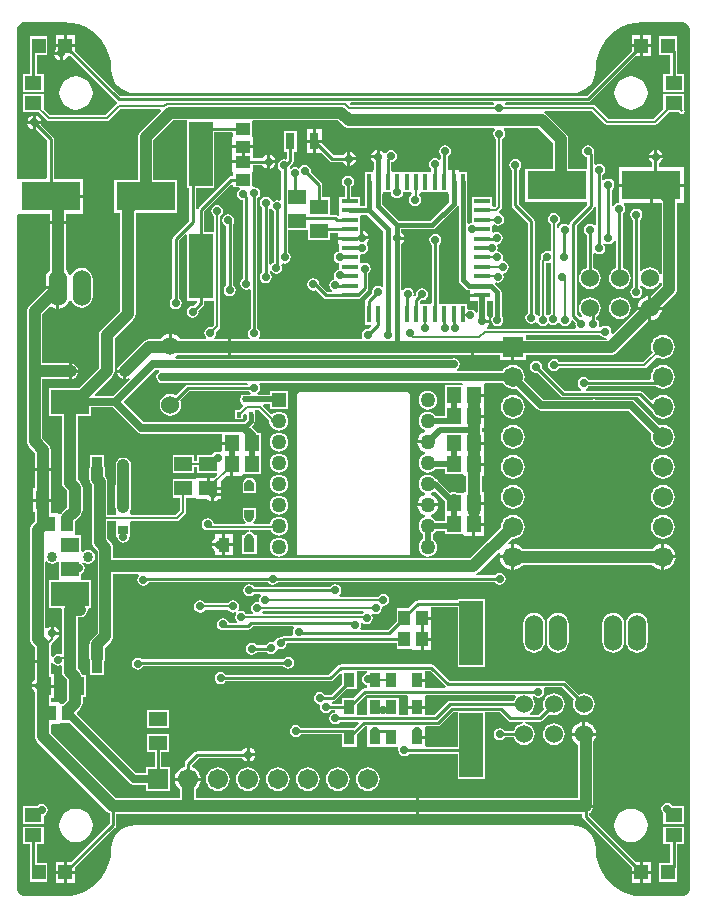
<source format=gtl>
G04 Layer_Physical_Order=1*
G04 Layer_Color=25308*
%FSLAX23Y23*%
%MOIN*%
G70*
G01*
G75*
%ADD10R,0.126X0.083*%
%ADD11R,0.035X0.083*%
%ADD12R,0.045X0.051*%
%ADD13R,0.057X0.047*%
%ADD14R,0.197X0.098*%
%ADD15R,0.016X0.057*%
%ADD16R,0.057X0.016*%
%ADD17R,0.030X0.057*%
%ADD18R,0.047X0.055*%
%ADD19R,0.038X0.051*%
%ADD20R,0.061X0.049*%
%ADD21R,0.039X0.051*%
%ADD22R,0.039X0.060*%
%ADD23R,0.035X0.031*%
%ADD24R,0.014X0.020*%
%ADD25R,0.051X0.039*%
%ADD26R,0.079X0.217*%
%ADD27R,0.033X0.025*%
%ADD28C,0.010*%
%ADD29C,0.039*%
%ADD30C,0.008*%
%ADD31C,0.015*%
%ADD32C,0.020*%
%ADD33C,0.025*%
%ADD34C,0.039*%
%ADD35C,0.060*%
%ADD36O,0.060X0.120*%
%ADD37C,0.034*%
%ADD38R,0.050X0.050*%
%ADD39C,0.050*%
%ADD40C,0.067*%
%ADD41R,0.067X0.067*%
%ADD42C,0.028*%
G36*
X11993Y14723D02*
X12017Y14717D01*
X12040Y14708D01*
X12061Y14695D01*
X12080Y14679D01*
X12096Y14660D01*
X12109Y14639D01*
X12119Y14616D01*
X12125Y14592D01*
X12126Y14568D01*
X12126Y14567D01*
X12126D01*
X12127Y14551D01*
X12132Y14537D01*
X12139Y14523D01*
X12149Y14511D01*
X12161Y14501D01*
X12174Y14494D01*
X12189Y14489D01*
X12205Y14488D01*
Y14488D01*
X12205Y14488D01*
X13661Y14488D01*
X13677Y14489D01*
X13692Y14494D01*
X13705Y14501D01*
X13717Y14511D01*
X13727Y14523D01*
X13735Y14537D01*
X13739Y14551D01*
X13741Y14567D01*
X13741D01*
X13740Y14568D01*
X13742Y14592D01*
X13747Y14616D01*
X13757Y14639D01*
X13770Y14660D01*
X13786Y14679D01*
X13805Y14695D01*
X13826Y14708D01*
X13849Y14717D01*
X13873Y14723D01*
X13897Y14725D01*
X13898Y14724D01*
Y14724D01*
X14026D01*
Y14724D01*
X14026Y14725D01*
X14033Y14724D01*
X14040Y14721D01*
X14047Y14716D01*
X14051Y14710D01*
X14054Y14703D01*
X14055Y14695D01*
X14055Y14695D01*
X14055D01*
X14055Y11841D01*
X14054Y11833D01*
X14051Y11826D01*
X14047Y11819D01*
X14040Y11815D01*
X14033Y11812D01*
X14026Y11811D01*
X14026Y11811D01*
Y11811D01*
X13898Y11811D01*
X13873Y11812D01*
X13849Y11818D01*
X13826Y11828D01*
X13805Y11841D01*
X13786Y11857D01*
X13770Y11876D01*
X13757Y11897D01*
X13747Y11920D01*
X13742Y11944D01*
X13740Y11963D01*
X13741Y11969D01*
Y11969D01*
Y11969D01*
X13741Y11969D01*
X13740Y11974D01*
X13740Y11974D01*
D01*
X13740D01*
X13740Y11974D01*
X13739Y11984D01*
X13735Y11999D01*
X13727Y12012D01*
X13717Y12024D01*
X13705Y12034D01*
X13692Y12042D01*
X13677Y12046D01*
X13661Y12048D01*
Y12048D01*
X13655Y12047D01*
X12205Y12048D01*
X12189Y12046D01*
X12174Y12042D01*
X12161Y12034D01*
X12149Y12024D01*
X12139Y12012D01*
X12132Y11999D01*
X12127Y11984D01*
X12126Y11969D01*
X12126D01*
X12126Y11968D01*
X12125Y11944D01*
X12119Y11920D01*
X12109Y11897D01*
X12096Y11876D01*
X12080Y11857D01*
X12061Y11841D01*
X12040Y11828D01*
X12017Y11818D01*
X11993Y11812D01*
X11969Y11811D01*
X11969Y11811D01*
Y11811D01*
X11841Y11811D01*
X11833Y11812D01*
X11826Y11815D01*
X11819Y11819D01*
X11815Y11826D01*
X11812Y11833D01*
X11811Y11840D01*
X11811Y11841D01*
X11811D01*
X11811Y14083D01*
X11817Y14085D01*
X11922D01*
Y14061D01*
X11974D01*
Y14085D01*
X12033D01*
Y14139D01*
X11925D01*
Y14149D01*
X12033D01*
Y14203D01*
X11936D01*
Y14335D01*
X11936Y14335D01*
X11935Y14339D01*
X11932Y14342D01*
X11932Y14342D01*
X11892Y14383D01*
X11892Y14385D01*
X11874D01*
Y14367D01*
X11876Y14367D01*
X11913Y14330D01*
Y14207D01*
X11909Y14203D01*
X11817D01*
X11816Y14203D01*
X11811Y14205D01*
X11811Y14695D01*
X11812Y14703D01*
X11815Y14710D01*
X11819Y14716D01*
X11826Y14721D01*
X11833Y14724D01*
X11840Y14725D01*
X11841Y14724D01*
Y14724D01*
X11969Y14725D01*
X11993Y14723D01*
D02*
G37*
%LPC*%
G36*
X13114Y13491D02*
X12752D01*
X12747Y13489D01*
X12746Y13484D01*
Y12953D01*
X12747Y12948D01*
X12752Y12947D01*
X13114D01*
X13119Y12948D01*
X13121Y12953D01*
Y13484D01*
X13119Y13489D01*
X13114Y13491D01*
D02*
G37*
G36*
X12685Y13006D02*
X12677Y13005D01*
X12669Y13002D01*
X12663Y12997D01*
X12658Y12990D01*
X12655Y12983D01*
X12654Y12975D01*
X12655Y12966D01*
X12658Y12959D01*
X12663Y12952D01*
X12669Y12947D01*
X12677Y12944D01*
X12685Y12943D01*
X12693Y12944D01*
X12701Y12947D01*
X12707Y12952D01*
X12712Y12959D01*
X12715Y12966D01*
X12716Y12975D01*
X12715Y12983D01*
X12712Y12990D01*
X12707Y12997D01*
X12701Y13002D01*
X12693Y13005D01*
X12685Y13006D01*
D02*
G37*
G36*
X14007Y12937D02*
X13969D01*
Y12899D01*
X13975Y12900D01*
X13986Y12904D01*
X13995Y12911D01*
X14002Y12920D01*
X14006Y12931D01*
X14007Y12937D01*
D02*
G37*
G36*
X12530Y12978D02*
X12506D01*
Y12948D01*
X12530D01*
Y12978D01*
D02*
G37*
G36*
X12496Y13019D02*
X12472D01*
Y13003D01*
X12468Y13000D01*
X12463Y12992D01*
X12462Y12988D01*
X12485D01*
Y12978D01*
X12462D01*
X12463Y12974D01*
X12468Y12966D01*
X12472Y12963D01*
Y12948D01*
X12496D01*
Y12983D01*
Y13019D01*
D02*
G37*
G36*
X13969Y12985D02*
Y12947D01*
X14007D01*
X14006Y12953D01*
X14002Y12964D01*
X13995Y12973D01*
X13986Y12980D01*
X13975Y12984D01*
X13969Y12985D01*
D02*
G37*
G36*
X13459Y12937D02*
X13421D01*
X13422Y12931D01*
X13426Y12920D01*
X13433Y12911D01*
X13442Y12904D01*
X13453Y12900D01*
X13459Y12899D01*
Y12937D01*
D02*
G37*
G36*
X13799Y12755D02*
X13790Y12754D01*
X13781Y12750D01*
X13773Y12745D01*
X13768Y12737D01*
X13764Y12728D01*
X13763Y12719D01*
Y12659D01*
X13764Y12650D01*
X13768Y12641D01*
X13773Y12633D01*
X13781Y12628D01*
X13790Y12624D01*
X13799Y12623D01*
X13808Y12624D01*
X13817Y12628D01*
X13825Y12633D01*
X13830Y12641D01*
X13834Y12650D01*
X13835Y12659D01*
Y12719D01*
X13834Y12728D01*
X13830Y12737D01*
X13825Y12745D01*
X13817Y12750D01*
X13808Y12754D01*
X13799Y12755D01*
D02*
G37*
G36*
X13614D02*
X13605Y12754D01*
X13596Y12750D01*
X13589Y12745D01*
X13583Y12737D01*
X13579Y12728D01*
X13578Y12719D01*
Y12659D01*
X13579Y12650D01*
X13583Y12641D01*
X13589Y12633D01*
X13596Y12628D01*
X13605Y12624D01*
X13614Y12623D01*
X13624Y12624D01*
X13633Y12628D01*
X13640Y12633D01*
X13646Y12641D01*
X13649Y12650D01*
X13651Y12659D01*
Y12719D01*
X13649Y12728D01*
X13646Y12737D01*
X13640Y12745D01*
X13633Y12750D01*
X13624Y12754D01*
X13614Y12755D01*
D02*
G37*
G36*
X13535D02*
X13526Y12754D01*
X13517Y12750D01*
X13509Y12745D01*
X13504Y12737D01*
X13500Y12728D01*
X13499Y12719D01*
Y12659D01*
X13500Y12650D01*
X13504Y12641D01*
X13509Y12633D01*
X13517Y12628D01*
X13526Y12624D01*
X13535Y12623D01*
X13544Y12624D01*
X13553Y12628D01*
X13561Y12633D01*
X13566Y12641D01*
X13570Y12650D01*
X13571Y12659D01*
Y12719D01*
X13570Y12728D01*
X13566Y12737D01*
X13561Y12745D01*
X13553Y12750D01*
X13544Y12754D01*
X13535Y12755D01*
D02*
G37*
G36*
X12873Y12850D02*
X12865Y12849D01*
X12859Y12844D01*
X12857Y12841D01*
X12602D01*
X12600Y12844D01*
X12594Y12849D01*
X12586Y12850D01*
X12578Y12849D01*
X12572Y12844D01*
X12567Y12838D01*
X12566Y12830D01*
X12567Y12822D01*
X12572Y12816D01*
X12578Y12811D01*
X12586Y12810D01*
X12594Y12811D01*
X12600Y12816D01*
X12602Y12819D01*
X12622D01*
X12624Y12815D01*
X12624Y12813D01*
X12620Y12807D01*
X12619Y12799D01*
X12619Y12796D01*
X12614Y12791D01*
X12612Y12791D01*
X12604Y12790D01*
X12598Y12785D01*
X12593Y12779D01*
X12592Y12771D01*
X12593Y12763D01*
X12597Y12757D01*
X12597Y12755D01*
X12595Y12751D01*
X12576D01*
X12573Y12755D01*
X12567Y12760D01*
X12559Y12761D01*
X12552Y12760D01*
X12551Y12761D01*
X12548Y12764D01*
X12551Y12769D01*
X12552Y12777D01*
X12551Y12784D01*
X12546Y12791D01*
X12540Y12795D01*
X12532Y12797D01*
X12524Y12795D01*
X12518Y12791D01*
X12515Y12787D01*
X12439D01*
X12436Y12791D01*
X12430Y12795D01*
X12422Y12797D01*
X12414Y12795D01*
X12408Y12791D01*
X12403Y12784D01*
X12402Y12777D01*
X12403Y12769D01*
X12408Y12762D01*
X12414Y12758D01*
X12422Y12756D01*
X12430Y12758D01*
X12436Y12762D01*
X12439Y12766D01*
X12515D01*
X12518Y12762D01*
X12524Y12758D01*
X12532Y12756D01*
X12539Y12758D01*
X12541Y12757D01*
X12543Y12753D01*
X12540Y12749D01*
X12539Y12741D01*
X12540Y12733D01*
X12544Y12727D01*
X12544Y12725D01*
X12542Y12721D01*
X12517D01*
X12517Y12725D01*
X12512Y12731D01*
X12506Y12736D01*
X12498Y12737D01*
X12490Y12736D01*
X12484Y12731D01*
X12479Y12725D01*
X12478Y12717D01*
X12479Y12709D01*
X12484Y12703D01*
X12490Y12698D01*
X12498Y12697D01*
X12506Y12698D01*
X12506Y12699D01*
X12581D01*
X12581Y12699D01*
X12585Y12700D01*
X12589Y12702D01*
X12598Y12711D01*
X12732D01*
X12733Y12710D01*
X12735Y12705D01*
X12731Y12700D01*
X12730Y12692D01*
X12731Y12684D01*
X12732Y12684D01*
X12729Y12678D01*
X12703D01*
X12703Y12678D01*
X12699Y12677D01*
X12695Y12675D01*
X12695Y12675D01*
X12694Y12673D01*
X12690Y12674D01*
X12682Y12673D01*
X12676Y12668D01*
X12671Y12662D01*
X12671Y12660D01*
X12666Y12657D01*
X12665Y12657D01*
X12658Y12658D01*
X12650Y12657D01*
X12644Y12652D01*
X12640Y12647D01*
X12610D01*
X12608Y12650D01*
X12602Y12655D01*
X12594Y12656D01*
X12586Y12655D01*
X12580Y12650D01*
X12575Y12644D01*
X12574Y12636D01*
X12575Y12628D01*
X12580Y12622D01*
X12586Y12617D01*
X12594Y12616D01*
X12602Y12617D01*
X12608Y12622D01*
X12610Y12625D01*
X12643D01*
X12644Y12624D01*
X12650Y12619D01*
X12658Y12618D01*
X12666Y12619D01*
X12672Y12624D01*
X12677Y12630D01*
X12677Y12632D01*
X12682Y12635D01*
X12683Y12635D01*
X12690Y12634D01*
X12698Y12635D01*
X12704Y12640D01*
X12709Y12646D01*
X12710Y12654D01*
X12712Y12656D01*
X13077D01*
Y12635D01*
X13128D01*
X13132Y12632D01*
X13132Y12631D01*
X13132Y12631D01*
X13132D01*
X13138Y12631D01*
X13157D01*
Y12667D01*
X13162D01*
Y12672D01*
X13191D01*
Y12702D01*
Y12733D01*
X13162D01*
Y12743D01*
X13191D01*
Y12774D01*
X13197Y12775D01*
X13281D01*
Y12574D01*
X13371D01*
Y12802D01*
X13281D01*
Y12797D01*
X13148D01*
X13148Y12797D01*
X13144Y12796D01*
X13141Y12794D01*
X13116Y12770D01*
X13077D01*
Y12728D01*
X13048Y12699D01*
X12959D01*
X12956Y12705D01*
X12958Y12708D01*
X12959Y12716D01*
X12958Y12720D01*
X12960Y12721D01*
X12964Y12723D01*
X12969Y12719D01*
X12977Y12718D01*
X12985Y12719D01*
X12991Y12724D01*
X12996Y12730D01*
X12997Y12738D01*
X12996Y12746D01*
X12993Y12749D01*
X12998Y12753D01*
X12999Y12752D01*
X13007Y12751D01*
X13015Y12752D01*
X13021Y12757D01*
X13026Y12763D01*
X13027Y12771D01*
X13027Y12774D01*
X13032Y12779D01*
X13033Y12779D01*
X13041Y12780D01*
X13047Y12785D01*
X13052Y12791D01*
X13053Y12799D01*
X13052Y12807D01*
X13047Y12813D01*
X13041Y12818D01*
X13033Y12819D01*
X13025Y12818D01*
X13019Y12813D01*
X13016Y12809D01*
X12888D01*
X12886Y12815D01*
X12887Y12816D01*
X12892Y12822D01*
X12893Y12830D01*
X12892Y12838D01*
X12887Y12844D01*
X12881Y12849D01*
X12873Y12850D01*
D02*
G37*
G36*
X13191Y12662D02*
X13167D01*
Y12631D01*
X13191D01*
Y12662D01*
D02*
G37*
G36*
X13878Y12755D02*
X13869Y12754D01*
X13860Y12750D01*
X13853Y12745D01*
X13847Y12737D01*
X13843Y12728D01*
X13842Y12719D01*
Y12659D01*
X13843Y12650D01*
X13847Y12641D01*
X13853Y12633D01*
X13860Y12628D01*
X13869Y12624D01*
X13878Y12623D01*
X13888Y12624D01*
X13897Y12628D01*
X13904Y12633D01*
X13910Y12641D01*
X13913Y12650D01*
X13915Y12659D01*
Y12719D01*
X13913Y12728D01*
X13910Y12737D01*
X13904Y12745D01*
X13897Y12750D01*
X13888Y12754D01*
X13878Y12755D01*
D02*
G37*
G36*
X13959Y12985D02*
X13953Y12984D01*
X13942Y12980D01*
X13933Y12973D01*
X13929Y12968D01*
X13499D01*
X13495Y12973D01*
X13486Y12980D01*
X13475Y12984D01*
X13469Y12985D01*
Y12942D01*
Y12899D01*
X13475Y12900D01*
X13486Y12904D01*
X13495Y12911D01*
X13499Y12916D01*
X13929D01*
X13933Y12911D01*
X13942Y12904D01*
X13953Y12900D01*
X13959Y12899D01*
Y12942D01*
Y12985D01*
D02*
G37*
G36*
X11925Y13229D02*
X11870D01*
Y13183D01*
X11872D01*
Y13170D01*
X11864D01*
Y13135D01*
X11924D01*
Y13183D01*
X11925D01*
Y13229D01*
D02*
G37*
G36*
X12490Y13145D02*
X12469D01*
Y13127D01*
X12473Y13128D01*
X12481Y13133D01*
X12483Y13135D01*
X12490D01*
Y13145D01*
D02*
G37*
G36*
X12102Y13282D02*
X12055D01*
Y13244D01*
X12054Y13241D01*
X12053Y13234D01*
Y13200D01*
X12054Y13194D01*
X12055Y13190D01*
Y13187D01*
X12057D01*
X12060Y13182D01*
X12061Y13182D01*
Y13071D01*
Y12992D01*
X12062Y12986D01*
X12064Y12979D01*
X12068Y12974D01*
X12080Y12962D01*
Y12911D01*
Y12688D01*
X12060Y12668D01*
X12056Y12663D01*
X12054Y12656D01*
X12053Y12650D01*
Y12604D01*
X12054Y12598D01*
X12055Y12594D01*
Y12547D01*
X12102D01*
Y12594D01*
X12104Y12598D01*
X12105Y12604D01*
Y12639D01*
X12125Y12659D01*
X12129Y12664D01*
X12131Y12670D01*
X12132Y12677D01*
Y12885D01*
X12216D01*
X12218Y12881D01*
X12218Y12879D01*
X12214Y12873D01*
X12213Y12865D01*
X12214Y12858D01*
X12219Y12851D01*
X12225Y12847D01*
X12233Y12845D01*
X12241Y12847D01*
X12247Y12851D01*
X12251Y12858D01*
X12251Y12858D01*
X12648D01*
X12650Y12855D01*
X12656Y12850D01*
X12664Y12849D01*
X12672Y12850D01*
X12678Y12855D01*
X12680Y12858D01*
X13404D01*
X13406Y12855D01*
X13412Y12850D01*
X13420Y12849D01*
X13428Y12850D01*
X13434Y12855D01*
X13439Y12861D01*
X13440Y12869D01*
X13439Y12877D01*
X13434Y12883D01*
X13428Y12888D01*
X13420Y12889D01*
X13412Y12888D01*
X13406Y12883D01*
X13404Y12880D01*
X13340D01*
X13340Y12886D01*
X13346Y12889D01*
X13351Y12893D01*
X13417Y12959D01*
X13423Y12955D01*
X13422Y12953D01*
X13421Y12947D01*
X13459D01*
Y12985D01*
X13453Y12984D01*
X13451Y12984D01*
X13447Y12989D01*
X13461Y13003D01*
X13464Y13002D01*
X13474Y13004D01*
X13484Y13008D01*
X13492Y13014D01*
X13498Y13022D01*
X13502Y13032D01*
X13504Y13042D01*
X13502Y13052D01*
X13498Y13062D01*
X13492Y13070D01*
X13484Y13076D01*
X13474Y13080D01*
X13464Y13082D01*
X13454Y13080D01*
X13444Y13076D01*
X13436Y13070D01*
X13430Y13062D01*
X13426Y13052D01*
X13424Y13042D01*
X13425Y13039D01*
X13322Y12937D01*
X12132D01*
Y12973D01*
X12131Y12979D01*
X12130Y12983D01*
X12129Y12986D01*
X12125Y12991D01*
X12113Y13003D01*
Y13061D01*
X12140D01*
X12142Y13055D01*
X12142Y13055D01*
Y13012D01*
X12142D01*
X12145Y13008D01*
X12147Y13001D01*
X12151Y12994D01*
X12158Y12990D01*
X12165Y12988D01*
X12173Y12990D01*
X12180Y12994D01*
X12184Y13001D01*
X12186Y13008D01*
X12188Y13012D01*
X12189D01*
Y13055D01*
X12189Y13055D01*
X12190Y13061D01*
X12344D01*
X12348Y13061D01*
X12351Y13064D01*
X12373Y13086D01*
X12375Y13089D01*
X12376Y13093D01*
Y13139D01*
X12397D01*
X12403Y13139D01*
X12403D01*
X12403Y13139D01*
X12409Y13139D01*
X12409D01*
Y13135D01*
X12445D01*
X12447Y13133D01*
X12455Y13128D01*
X12459Y13127D01*
Y13150D01*
X12464D01*
Y13155D01*
X12490D01*
Y13165D01*
X12449D01*
Y13170D01*
X12444D01*
Y13204D01*
X12409D01*
Y13200D01*
X12403Y13200D01*
X12403Y13200D01*
X12330D01*
Y13139D01*
X12356D01*
Y13097D01*
X12340Y13081D01*
X12190D01*
Y13081D01*
X12189Y13087D01*
X12189Y13087D01*
Y13098D01*
X12190Y13102D01*
X12191Y13108D01*
Y13175D01*
X12192Y13180D01*
Y13214D01*
Y13247D01*
X12191Y13254D01*
X12188Y13260D01*
X12184Y13266D01*
X12179Y13270D01*
X12173Y13272D01*
X12166Y13273D01*
X12159Y13272D01*
X12153Y13270D01*
X12148Y13266D01*
X12144Y13260D01*
X12141Y13254D01*
X12140Y13247D01*
Y13214D01*
Y13185D01*
X12139Y13180D01*
Y13108D01*
X12140Y13102D01*
X12142Y13098D01*
Y13087D01*
X12142Y13087D01*
X12140Y13081D01*
X12113D01*
Y13192D01*
X12112Y13199D01*
X12109Y13205D01*
X12105Y13211D01*
X12105Y13211D01*
Y13234D01*
X12104Y13241D01*
X12102Y13244D01*
Y13282D01*
D02*
G37*
G36*
X13464Y13282D02*
X13454Y13280D01*
X13444Y13276D01*
X13436Y13270D01*
X13430Y13262D01*
X13426Y13252D01*
X13424Y13242D01*
X13426Y13232D01*
X13430Y13222D01*
X13436Y13214D01*
X13444Y13208D01*
X13454Y13204D01*
X13464Y13202D01*
X13474Y13204D01*
X13484Y13208D01*
X13492Y13214D01*
X13498Y13222D01*
X13502Y13232D01*
X13504Y13242D01*
X13502Y13252D01*
X13498Y13262D01*
X13492Y13270D01*
X13484Y13276D01*
X13474Y13280D01*
X13464Y13282D01*
D02*
G37*
G36*
X12586Y13206D02*
X12578Y13205D01*
X12572Y13200D01*
X12567Y13194D01*
X12567Y13192D01*
X12564D01*
Y13156D01*
X12608D01*
Y13192D01*
X12605D01*
X12605Y13194D01*
X12600Y13200D01*
X12594Y13205D01*
X12586Y13206D01*
D02*
G37*
G36*
X12685Y13216D02*
X12677Y13215D01*
X12669Y13212D01*
X12663Y13207D01*
X12658Y13200D01*
X12655Y13193D01*
X12654Y13185D01*
X12655Y13176D01*
X12658Y13169D01*
X12663Y13162D01*
X12669Y13157D01*
X12677Y13154D01*
X12685Y13153D01*
X12693Y13154D01*
X12701Y13157D01*
X12707Y13162D01*
X12712Y13169D01*
X12715Y13176D01*
X12716Y13185D01*
X12715Y13193D01*
X12712Y13200D01*
X12707Y13207D01*
X12701Y13212D01*
X12693Y13215D01*
X12685Y13216D01*
D02*
G37*
G36*
X13964Y13182D02*
X13954Y13180D01*
X13944Y13176D01*
X13936Y13170D01*
X13930Y13162D01*
X13926Y13152D01*
X13924Y13142D01*
X13926Y13132D01*
X13930Y13122D01*
X13936Y13114D01*
X13944Y13108D01*
X13954Y13104D01*
X13964Y13102D01*
X13974Y13104D01*
X13984Y13108D01*
X13992Y13114D01*
X13998Y13122D01*
X14002Y13132D01*
X14004Y13142D01*
X14002Y13152D01*
X13998Y13162D01*
X13992Y13170D01*
X13984Y13176D01*
X13974Y13180D01*
X13964Y13182D01*
D02*
G37*
G36*
X13368Y13046D02*
X13339D01*
Y13013D01*
X13368D01*
Y13046D01*
D02*
G37*
G36*
X13964Y13082D02*
X13954Y13080D01*
X13944Y13076D01*
X13936Y13070D01*
X13930Y13062D01*
X13926Y13052D01*
X13924Y13042D01*
X13926Y13032D01*
X13930Y13022D01*
X13936Y13014D01*
X13944Y13008D01*
X13954Y13004D01*
X13964Y13002D01*
X13974Y13004D01*
X13984Y13008D01*
X13992Y13014D01*
X13998Y13022D01*
X14002Y13032D01*
X14004Y13042D01*
X14002Y13052D01*
X13998Y13062D01*
X13992Y13070D01*
X13984Y13076D01*
X13974Y13080D01*
X13964Y13082D01*
D02*
G37*
G36*
X12530Y13019D02*
X12506D01*
Y12988D01*
X12530D01*
Y13019D01*
D02*
G37*
G36*
X13464Y13182D02*
X13454Y13180D01*
X13444Y13176D01*
X13436Y13170D01*
X13430Y13162D01*
X13426Y13152D01*
X13424Y13142D01*
X13426Y13132D01*
X13430Y13122D01*
X13436Y13114D01*
X13444Y13108D01*
X13454Y13104D01*
X13464Y13102D01*
X13474Y13104D01*
X13484Y13108D01*
X13492Y13114D01*
X13498Y13122D01*
X13502Y13132D01*
X13504Y13142D01*
X13502Y13152D01*
X13498Y13162D01*
X13492Y13170D01*
X13484Y13176D01*
X13474Y13180D01*
X13464Y13182D01*
D02*
G37*
G36*
X12685Y13146D02*
X12677Y13145D01*
X12669Y13142D01*
X12663Y13137D01*
X12658Y13130D01*
X12655Y13123D01*
X12654Y13115D01*
X12655Y13106D01*
X12658Y13099D01*
X12663Y13092D01*
X12669Y13087D01*
X12677Y13084D01*
X12685Y13083D01*
X12693Y13084D01*
X12701Y13087D01*
X12707Y13092D01*
X12712Y13099D01*
X12715Y13106D01*
X12716Y13115D01*
X12715Y13123D01*
X12712Y13130D01*
X12707Y13137D01*
X12701Y13142D01*
X12693Y13145D01*
X12685Y13146D01*
D02*
G37*
G36*
X12608Y13105D02*
X12564D01*
Y13068D01*
X12567D01*
X12567Y13065D01*
X12572Y13059D01*
X12574Y13057D01*
X12572Y13051D01*
X12467D01*
X12466Y13058D01*
X12461Y13065D01*
X12455Y13069D01*
X12447Y13071D01*
X12439Y13069D01*
X12433Y13065D01*
X12428Y13058D01*
X12427Y13051D01*
X12428Y13043D01*
X12433Y13036D01*
X12439Y13032D01*
X12447Y13030D01*
X12453Y13032D01*
X12457Y13031D01*
X12584D01*
X12584Y13025D01*
X12584Y13025D01*
X12584Y13025D01*
X12584Y13025D01*
X12582Y13024D01*
X12582D01*
X12578Y13024D01*
X12572Y13019D01*
X12569Y13015D01*
X12561D01*
Y12952D01*
X12611D01*
Y13015D01*
X12603D01*
X12600Y13019D01*
X12594Y13024D01*
X12590Y13024D01*
X12590D01*
X12588Y13025D01*
X12588Y13025D01*
X12588Y13025D01*
X12588Y13025D01*
X12588Y13031D01*
X12657D01*
X12658Y13029D01*
X12663Y13022D01*
X12669Y13017D01*
X12677Y13014D01*
X12685Y13013D01*
X12693Y13014D01*
X12701Y13017D01*
X12707Y13022D01*
X12712Y13029D01*
X12715Y13036D01*
X12716Y13045D01*
X12715Y13053D01*
X12712Y13060D01*
X12707Y13067D01*
X12701Y13072D01*
X12693Y13075D01*
X12685Y13076D01*
X12677Y13075D01*
X12669Y13072D01*
X12663Y13067D01*
X12658Y13060D01*
X12655Y13053D01*
X12655Y13051D01*
X12600D01*
X12598Y13057D01*
X12600Y13059D01*
X12605Y13065D01*
X12605Y13068D01*
X12608D01*
Y13105D01*
D02*
G37*
G36*
X12716Y12609D02*
X12708Y12607D01*
X12701Y12603D01*
X12699Y12600D01*
X12229D01*
X12229Y12600D01*
X12222Y12605D01*
X12215Y12606D01*
X12207Y12605D01*
X12200Y12600D01*
X12196Y12594D01*
X12194Y12586D01*
X12196Y12578D01*
X12200Y12572D01*
X12207Y12567D01*
X12215Y12566D01*
X12222Y12567D01*
X12229Y12572D01*
X12233Y12577D01*
X12699D01*
X12701Y12574D01*
X12708Y12570D01*
X12716Y12568D01*
X12723Y12570D01*
X12730Y12574D01*
X12734Y12581D01*
X12736Y12589D01*
X12734Y12596D01*
X12730Y12603D01*
X12723Y12607D01*
X12716Y12609D01*
D02*
G37*
G36*
X12008Y12103D02*
X11993Y12101D01*
X11980Y12095D01*
X11968Y12087D01*
X11960Y12075D01*
X11954Y12062D01*
X11952Y12047D01*
X11954Y12033D01*
X11960Y12019D01*
X11968Y12008D01*
X11980Y11999D01*
X11993Y11993D01*
X12008Y11992D01*
X12022Y11993D01*
X12036Y11999D01*
X12047Y12008D01*
X12056Y12019D01*
X12062Y12033D01*
X12064Y12047D01*
X12062Y12062D01*
X12056Y12075D01*
X12047Y12087D01*
X12036Y12095D01*
X12022Y12101D01*
X12008Y12103D01*
D02*
G37*
G36*
X13925Y11925D02*
X13898D01*
Y11895D01*
X13925D01*
Y11925D01*
D02*
G37*
G36*
X13741Y12346D02*
X13661D01*
X13662Y12341D01*
X13666Y12331D01*
X13672Y12322D01*
X13681Y12316D01*
X13681Y12316D01*
Y12137D01*
X13151D01*
Y12111D01*
Y12085D01*
X13696D01*
Y12075D01*
X13696Y12075D01*
X13697Y12071D01*
X13699Y12068D01*
X13860Y11907D01*
Y11895D01*
X13888D01*
Y11925D01*
X13873D01*
X13718Y12080D01*
Y12088D01*
X13720Y12089D01*
X13725Y12093D01*
X13729Y12098D01*
X13732Y12104D01*
X13732Y12106D01*
X13707D01*
Y12116D01*
X13733D01*
Y12327D01*
X13736Y12331D01*
X13740Y12341D01*
X13741Y12346D01*
D02*
G37*
G36*
X13979Y12122D02*
X13971Y12121D01*
X13965Y12116D01*
X13960Y12110D01*
X13959Y12102D01*
X13960Y12094D01*
X13965Y12088D01*
X13965Y12087D01*
Y12051D01*
X14035D01*
Y12110D01*
X13997D01*
X13993Y12116D01*
X13987Y12121D01*
X13979Y12122D01*
D02*
G37*
G36*
X11894Y12118D02*
X11886Y12117D01*
X11880Y12112D01*
X11878Y12110D01*
X11832D01*
Y12051D01*
X11901D01*
Y12079D01*
X11902Y12079D01*
X11908Y12084D01*
X11913Y12090D01*
X11914Y12098D01*
X11913Y12106D01*
X11908Y12112D01*
X11902Y12117D01*
X11894Y12118D01*
D02*
G37*
G36*
X13858Y12103D02*
X13844Y12101D01*
X13830Y12095D01*
X13819Y12087D01*
X13810Y12075D01*
X13804Y12062D01*
X13803Y12047D01*
X13804Y12033D01*
X13810Y12019D01*
X13819Y12008D01*
X13830Y11999D01*
X13844Y11993D01*
X13858Y11992D01*
X13873Y11993D01*
X13886Y11999D01*
X13898Y12008D01*
X13906Y12019D01*
X13912Y12033D01*
X13914Y12047D01*
X13912Y12062D01*
X13906Y12075D01*
X13898Y12087D01*
X13886Y12095D01*
X13873Y12101D01*
X13858Y12103D01*
D02*
G37*
G36*
X11968Y11925D02*
X11941D01*
Y11895D01*
X11968D01*
Y11925D01*
D02*
G37*
G36*
X13888Y11885D02*
X13860D01*
Y11854D01*
X13888D01*
Y11885D01*
D02*
G37*
G36*
X12006D02*
X11978D01*
Y11854D01*
X12006D01*
Y11885D01*
D02*
G37*
G36*
X11968D02*
X11941D01*
Y11854D01*
X11968D01*
Y11885D01*
D02*
G37*
G36*
X14035Y12043D02*
X13965D01*
Y11984D01*
X13989D01*
Y11921D01*
X13953D01*
Y11858D01*
X14010D01*
Y11904D01*
X14010Y11904D01*
X14011Y11908D01*
Y11984D01*
X14035D01*
Y12043D01*
D02*
G37*
G36*
X11901D02*
X11832D01*
Y11984D01*
X11855D01*
Y11908D01*
X11855Y11908D01*
X11856Y11904D01*
X11856Y11904D01*
Y11858D01*
X11913D01*
Y11921D01*
X11877D01*
Y11984D01*
X11901D01*
Y12043D01*
D02*
G37*
G36*
X13925Y11885D02*
X13898D01*
Y11854D01*
X13925D01*
Y11885D01*
D02*
G37*
G36*
X12481Y12241D02*
X12471Y12239D01*
X12461Y12235D01*
X12453Y12229D01*
X12447Y12221D01*
X12443Y12211D01*
X12441Y12201D01*
X12443Y12191D01*
X12447Y12181D01*
X12453Y12173D01*
X12461Y12167D01*
X12471Y12163D01*
X12481Y12161D01*
X12491Y12163D01*
X12501Y12167D01*
X12509Y12173D01*
X12515Y12181D01*
X12519Y12191D01*
X12521Y12201D01*
X12519Y12211D01*
X12515Y12221D01*
X12509Y12229D01*
X12501Y12235D01*
X12491Y12239D01*
X12481Y12241D01*
D02*
G37*
G36*
X13696Y12391D02*
X13691Y12390D01*
X13681Y12386D01*
X13672Y12380D01*
X13666Y12371D01*
X13662Y12361D01*
X13661Y12356D01*
X13696D01*
Y12391D01*
D02*
G37*
G36*
X13601Y12387D02*
X13592Y12386D01*
X13583Y12382D01*
X13575Y12377D01*
X13570Y12369D01*
X13566Y12360D01*
X13565Y12351D01*
X13566Y12342D01*
X13570Y12333D01*
X13575Y12325D01*
X13583Y12320D01*
X13592Y12316D01*
X13601Y12315D01*
X13610Y12316D01*
X13619Y12320D01*
X13627Y12325D01*
X13632Y12333D01*
X13636Y12342D01*
X13637Y12351D01*
X13636Y12360D01*
X13632Y12369D01*
X13627Y12377D01*
X13619Y12382D01*
X13610Y12386D01*
X13601Y12387D01*
D02*
G37*
G36*
X12588Y12306D02*
Y12288D01*
X12606D01*
X12605Y12292D01*
X12600Y12300D01*
X12592Y12305D01*
X12588Y12306D01*
D02*
G37*
G36*
X13193Y12584D02*
X13193Y12584D01*
X12891D01*
X12891Y12584D01*
X12887Y12583D01*
X12883Y12581D01*
X12883Y12581D01*
X12851Y12549D01*
X12506D01*
X12504Y12552D01*
X12498Y12557D01*
X12490Y12558D01*
X12482Y12557D01*
X12476Y12552D01*
X12471Y12546D01*
X12470Y12538D01*
X12471Y12530D01*
X12476Y12524D01*
X12482Y12519D01*
X12490Y12518D01*
X12498Y12519D01*
X12504Y12524D01*
X12506Y12527D01*
X12856D01*
X12856Y12527D01*
X12860Y12528D01*
X12864Y12530D01*
X12888Y12554D01*
X12894Y12552D01*
Y12516D01*
X12859Y12482D01*
X12837D01*
X12835Y12485D01*
X12829Y12490D01*
X12821Y12491D01*
X12813Y12490D01*
X12807Y12485D01*
X12802Y12479D01*
X12801Y12471D01*
X12802Y12463D01*
X12807Y12457D01*
X12813Y12452D01*
X12817Y12452D01*
X12821Y12449D01*
X12822Y12445D01*
X12821Y12441D01*
X12822Y12433D01*
X12827Y12427D01*
X12833Y12422D01*
X12841Y12421D01*
X12849Y12422D01*
X12855Y12427D01*
X12857Y12430D01*
X12869D01*
X12870Y12430D01*
Y12430D01*
X12870Y12430D01*
X12870Y12424D01*
X12869Y12423D01*
X12869Y12423D01*
X12865Y12423D01*
X12859Y12418D01*
X12854Y12412D01*
X12853Y12404D01*
X12854Y12396D01*
X12859Y12390D01*
X12865Y12385D01*
X12873Y12384D01*
X12881Y12385D01*
X12887Y12390D01*
X12889Y12393D01*
X12948D01*
X12950Y12387D01*
X12934Y12372D01*
X12922D01*
X12919Y12372D01*
X12757D01*
X12755Y12375D01*
X12749Y12380D01*
X12741Y12381D01*
X12733Y12380D01*
X12727Y12375D01*
X12722Y12369D01*
X12721Y12361D01*
X12722Y12353D01*
X12727Y12347D01*
X12733Y12342D01*
X12741Y12341D01*
X12749Y12342D01*
X12755Y12347D01*
X12757Y12350D01*
X12894D01*
Y12309D01*
X12944D01*
Y12349D01*
X12971Y12377D01*
X12977D01*
X12979Y12372D01*
X12979D01*
Y12309D01*
X13029D01*
Y12309D01*
X13034Y12309D01*
Y12309D01*
X13079D01*
X13080Y12308D01*
X13083Y12303D01*
X13082Y12298D01*
X13084Y12290D01*
X13088Y12283D01*
X13095Y12279D01*
X13102Y12277D01*
X13110Y12279D01*
X13117Y12283D01*
X13119Y12286D01*
X13281D01*
Y12200D01*
X13371D01*
Y12424D01*
X13420D01*
X13448Y12396D01*
X13448Y12396D01*
X13452Y12394D01*
X13456Y12393D01*
X13497D01*
X13497Y12387D01*
X13492Y12386D01*
X13483Y12382D01*
X13475Y12377D01*
X13470Y12369D01*
X13467Y12362D01*
X13436D01*
X13434Y12364D01*
X13428Y12369D01*
X13420Y12370D01*
X13412Y12369D01*
X13406Y12364D01*
X13401Y12358D01*
X13400Y12350D01*
X13401Y12342D01*
X13406Y12336D01*
X13412Y12331D01*
X13420Y12330D01*
X13428Y12331D01*
X13434Y12336D01*
X13437Y12340D01*
X13467D01*
X13470Y12333D01*
X13475Y12325D01*
X13483Y12320D01*
X13492Y12316D01*
X13501Y12315D01*
X13510Y12316D01*
X13519Y12320D01*
X13527Y12325D01*
X13532Y12333D01*
X13536Y12342D01*
X13537Y12351D01*
X13536Y12360D01*
X13532Y12369D01*
X13527Y12377D01*
X13519Y12382D01*
X13510Y12386D01*
X13505Y12387D01*
X13505Y12393D01*
X13554D01*
X13554Y12393D01*
X13558Y12394D01*
X13562Y12396D01*
X13585Y12419D01*
X13592Y12416D01*
X13601Y12415D01*
X13610Y12416D01*
X13619Y12420D01*
X13627Y12425D01*
X13632Y12433D01*
X13636Y12442D01*
X13637Y12451D01*
X13636Y12460D01*
X13632Y12469D01*
X13627Y12477D01*
X13619Y12482D01*
X13610Y12486D01*
X13601Y12487D01*
X13592Y12486D01*
X13583Y12482D01*
X13575Y12477D01*
X13570Y12469D01*
X13566Y12460D01*
X13565Y12451D01*
X13566Y12442D01*
X13569Y12435D01*
X13549Y12415D01*
X13523D01*
X13521Y12421D01*
X13527Y12425D01*
X13532Y12433D01*
X13536Y12442D01*
X13537Y12451D01*
X13536Y12460D01*
X13532Y12469D01*
X13530Y12472D01*
X13533Y12479D01*
X13534Y12479D01*
X13535Y12479D01*
X13541Y12474D01*
X13549Y12473D01*
X13557Y12474D01*
X13563Y12479D01*
X13568Y12485D01*
X13569Y12493D01*
X13568Y12501D01*
X13567Y12502D01*
X13570Y12507D01*
X13629D01*
X13669Y12467D01*
X13666Y12460D01*
X13665Y12451D01*
X13666Y12442D01*
X13670Y12433D01*
X13675Y12425D01*
X13683Y12420D01*
X13692Y12416D01*
X13701Y12415D01*
X13710Y12416D01*
X13719Y12420D01*
X13727Y12425D01*
X13732Y12433D01*
X13736Y12442D01*
X13737Y12451D01*
X13736Y12460D01*
X13732Y12469D01*
X13727Y12477D01*
X13719Y12482D01*
X13710Y12486D01*
X13701Y12487D01*
X13692Y12486D01*
X13685Y12483D01*
X13642Y12526D01*
X13638Y12528D01*
X13634Y12529D01*
X13634Y12529D01*
X13253D01*
X13201Y12581D01*
X13197Y12583D01*
X13193Y12584D01*
D02*
G37*
G36*
X12318Y12432D02*
X12245D01*
Y12371D01*
X12318D01*
Y12432D01*
D02*
G37*
G36*
X13706Y12391D02*
Y12356D01*
X13741D01*
X13740Y12361D01*
X13736Y12371D01*
X13730Y12380D01*
X13721Y12386D01*
X13711Y12390D01*
X13706Y12391D01*
D02*
G37*
G36*
X12606Y12278D02*
X12588D01*
Y12260D01*
X12592Y12261D01*
X12600Y12266D01*
X12605Y12274D01*
X12606Y12278D01*
D02*
G37*
G36*
X12781Y12241D02*
X12771Y12239D01*
X12761Y12235D01*
X12753Y12229D01*
X12747Y12221D01*
X12743Y12211D01*
X12741Y12201D01*
X12743Y12191D01*
X12747Y12181D01*
X12753Y12173D01*
X12761Y12167D01*
X12771Y12163D01*
X12781Y12161D01*
X12791Y12163D01*
X12801Y12167D01*
X12809Y12173D01*
X12815Y12181D01*
X12819Y12191D01*
X12821Y12201D01*
X12819Y12211D01*
X12815Y12221D01*
X12809Y12229D01*
X12801Y12235D01*
X12791Y12239D01*
X12781Y12241D01*
D02*
G37*
G36*
X12681D02*
X12671Y12239D01*
X12661Y12235D01*
X12653Y12229D01*
X12647Y12221D01*
X12643Y12211D01*
X12641Y12201D01*
X12643Y12191D01*
X12647Y12181D01*
X12653Y12173D01*
X12661Y12167D01*
X12671Y12163D01*
X12681Y12161D01*
X12691Y12163D01*
X12701Y12167D01*
X12709Y12173D01*
X12715Y12181D01*
X12719Y12191D01*
X12721Y12201D01*
X12719Y12211D01*
X12715Y12221D01*
X12709Y12229D01*
X12701Y12235D01*
X12691Y12239D01*
X12681Y12241D01*
D02*
G37*
G36*
X12581D02*
X12571Y12239D01*
X12561Y12235D01*
X12553Y12229D01*
X12547Y12221D01*
X12543Y12211D01*
X12541Y12201D01*
X12543Y12191D01*
X12547Y12181D01*
X12553Y12173D01*
X12561Y12167D01*
X12571Y12163D01*
X12581Y12161D01*
X12591Y12163D01*
X12601Y12167D01*
X12609Y12173D01*
X12615Y12181D01*
X12619Y12191D01*
X12621Y12201D01*
X12619Y12211D01*
X12615Y12221D01*
X12609Y12229D01*
X12601Y12235D01*
X12591Y12239D01*
X12581Y12241D01*
D02*
G37*
G36*
X12578Y12306D02*
X12574Y12305D01*
X12566Y12300D01*
X12562Y12294D01*
X12412D01*
X12408Y12293D01*
X12404Y12291D01*
X12404Y12291D01*
X12373Y12260D01*
X12371Y12256D01*
X12370Y12252D01*
X12370Y12252D01*
Y12243D01*
X12370Y12243D01*
X12359Y12239D01*
X12350Y12232D01*
X12343Y12223D01*
X12339Y12212D01*
X12338Y12206D01*
X12424D01*
X12423Y12212D01*
X12419Y12223D01*
X12412Y12232D01*
X12403Y12239D01*
X12395Y12242D01*
X12394Y12249D01*
X12394Y12249D01*
X12417Y12272D01*
X12562D01*
X12566Y12266D01*
X12574Y12261D01*
X12578Y12260D01*
Y12283D01*
Y12306D01*
D02*
G37*
G36*
X12981Y12241D02*
X12971Y12239D01*
X12961Y12235D01*
X12953Y12229D01*
X12947Y12221D01*
X12943Y12211D01*
X12941Y12201D01*
X12943Y12191D01*
X12947Y12181D01*
X12953Y12173D01*
X12961Y12167D01*
X12971Y12163D01*
X12981Y12161D01*
X12991Y12163D01*
X13001Y12167D01*
X13009Y12173D01*
X13015Y12181D01*
X13019Y12191D01*
X13021Y12201D01*
X13019Y12211D01*
X13015Y12221D01*
X13009Y12229D01*
X13001Y12235D01*
X12991Y12239D01*
X12981Y12241D01*
D02*
G37*
G36*
X12881D02*
X12871Y12239D01*
X12861Y12235D01*
X12853Y12229D01*
X12847Y12221D01*
X12843Y12211D01*
X12841Y12201D01*
X12843Y12191D01*
X12847Y12181D01*
X12853Y12173D01*
X12861Y12167D01*
X12871Y12163D01*
X12881Y12161D01*
X12891Y12163D01*
X12901Y12167D01*
X12909Y12173D01*
X12915Y12181D01*
X12919Y12191D01*
X12921Y12201D01*
X12919Y12211D01*
X12915Y12221D01*
X12909Y12229D01*
X12901Y12235D01*
X12891Y12239D01*
X12881Y12241D01*
D02*
G37*
G36*
X11864Y14385D02*
X11846D01*
X11847Y14381D01*
X11852Y14373D01*
X11860Y14368D01*
X11864Y14367D01*
Y14385D01*
D02*
G37*
G36*
X13946Y14299D02*
Y14281D01*
X13964D01*
X13963Y14285D01*
X13958Y14293D01*
X13950Y14298D01*
X13946Y14299D01*
D02*
G37*
G36*
X11864Y14413D02*
X11860Y14412D01*
X11852Y14407D01*
X11847Y14399D01*
X11846Y14395D01*
X11864D01*
Y14413D01*
D02*
G37*
G36*
X12008Y14544D02*
X11993Y14542D01*
X11980Y14536D01*
X11968Y14528D01*
X11960Y14516D01*
X11954Y14503D01*
X11952Y14488D01*
X11954Y14474D01*
X11960Y14460D01*
X11968Y14449D01*
X11980Y14440D01*
X11993Y14434D01*
X12008Y14432D01*
X12022Y14434D01*
X12036Y14440D01*
X12047Y14449D01*
X12056Y14460D01*
X12062Y14474D01*
X12064Y14488D01*
X12062Y14503D01*
X12056Y14516D01*
X12047Y14528D01*
X12036Y14536D01*
X12022Y14542D01*
X12008Y14544D01*
D02*
G37*
G36*
X11874Y14413D02*
Y14395D01*
X11892D01*
X11891Y14399D01*
X11886Y14407D01*
X11878Y14412D01*
X11874Y14413D01*
D02*
G37*
G36*
X12515Y14084D02*
X12508Y14082D01*
X12501Y14078D01*
X12497Y14071D01*
X12495Y14064D01*
X12497Y14056D01*
X12501Y14049D01*
X12508Y14045D01*
X12509Y14045D01*
Y13847D01*
X12506Y13844D01*
X12502Y13838D01*
X12500Y13830D01*
X12502Y13823D01*
X12506Y13816D01*
X12513Y13812D01*
X12521Y13810D01*
X12528Y13812D01*
X12535Y13816D01*
X12539Y13823D01*
X12541Y13830D01*
X12539Y13838D01*
X12535Y13844D01*
X12532Y13847D01*
Y14053D01*
X12534Y14056D01*
X12535Y14064D01*
X12534Y14071D01*
X12529Y14078D01*
X12523Y14082D01*
X12515Y14084D01*
D02*
G37*
G36*
X13916Y13811D02*
X13911Y13810D01*
X13901Y13806D01*
X13892Y13800D01*
X13886Y13791D01*
X13882Y13781D01*
X13881Y13776D01*
X13916D01*
Y13811D01*
D02*
G37*
G36*
X14034Y14176D02*
X13931D01*
Y14122D01*
X13960D01*
Y13886D01*
X13954Y13885D01*
X13952Y13889D01*
X13947Y13897D01*
X13939Y13902D01*
X13930Y13906D01*
X13921Y13907D01*
X13912Y13906D01*
X13903Y13902D01*
X13895Y13897D01*
X13893Y13894D01*
X13887Y13896D01*
Y14066D01*
X13891Y14068D01*
X13895Y14075D01*
X13896Y14082D01*
X13895Y14090D01*
X13891Y14097D01*
X13884Y14101D01*
X13876Y14102D01*
X13869Y14101D01*
X13862Y14097D01*
X13858Y14090D01*
X13856Y14082D01*
X13858Y14075D01*
X13862Y14068D01*
X13865Y14066D01*
Y13841D01*
X13862Y13839D01*
X13858Y13832D01*
X13856Y13824D01*
X13858Y13817D01*
X13862Y13810D01*
X13869Y13806D01*
X13876Y13804D01*
X13884Y13806D01*
X13891Y13810D01*
X13895Y13817D01*
X13896Y13824D01*
X13895Y13832D01*
X13891Y13839D01*
X13888Y13840D01*
X13888Y13846D01*
X13893Y13848D01*
X13895Y13845D01*
X13903Y13840D01*
X13912Y13836D01*
X13921Y13835D01*
X13930Y13836D01*
X13939Y13840D01*
X13947Y13845D01*
X13952Y13853D01*
X13954Y13857D01*
X13960Y13856D01*
Y13847D01*
X13926Y13813D01*
Y13776D01*
X13963D01*
X14004Y13818D01*
X14008Y13823D01*
X14011Y13829D01*
X14012Y13836D01*
Y14122D01*
X14034D01*
Y14176D01*
D02*
G37*
G36*
X13936Y14299D02*
X13932Y14298D01*
X13924Y14293D01*
X13919Y14285D01*
X13918Y14281D01*
X13936D01*
Y14299D01*
D02*
G37*
G36*
X13964Y14271D02*
X13918D01*
X13919Y14267D01*
X13924Y14259D01*
X13927Y14257D01*
Y14240D01*
X13817D01*
Y14186D01*
X14034D01*
Y14240D01*
X13950D01*
Y14254D01*
X13950Y14254D01*
X13958Y14259D01*
X13963Y14267D01*
X13964Y14271D01*
D02*
G37*
G36*
X11968Y14681D02*
X11941D01*
Y14651D01*
X11968D01*
Y14681D01*
D02*
G37*
G36*
X13925Y14641D02*
X13898D01*
Y14610D01*
X13925D01*
Y14641D01*
D02*
G37*
G36*
X12006Y14681D02*
X11978D01*
Y14651D01*
X12006D01*
Y14681D01*
D02*
G37*
G36*
X13925D02*
X13898D01*
Y14651D01*
X13925D01*
Y14681D01*
D02*
G37*
G36*
X13888D02*
X13860D01*
Y14651D01*
X13888D01*
Y14681D01*
D02*
G37*
G36*
Y14641D02*
X13860D01*
Y14629D01*
X13710Y14479D01*
X12156D01*
X12006Y14629D01*
Y14641D01*
X11941D01*
Y14636D01*
X11937Y14629D01*
X11936Y14625D01*
X11959D01*
Y14620D01*
X11964D01*
Y14597D01*
X11968Y14598D01*
X11976Y14603D01*
X11981Y14610D01*
X11993D01*
X12143Y14460D01*
X12143Y14460D01*
X12145Y14459D01*
X12145Y14458D01*
X12145Y14452D01*
X12145Y14452D01*
X12143Y14451D01*
X12106Y14414D01*
X11921D01*
X11901Y14435D01*
Y14484D01*
X11832D01*
Y14425D01*
X11881D01*
X11910Y14397D01*
X11913Y14395D01*
X11917Y14394D01*
X12110D01*
X12114Y14395D01*
X12117Y14397D01*
X12154Y14434D01*
X12288D01*
X12291Y14428D01*
X12221Y14359D01*
X12217Y14353D01*
X12214Y14347D01*
X12214Y14341D01*
Y14199D01*
X12135D01*
Y14089D01*
X12155D01*
Y13762D01*
X12093Y13699D01*
X12089Y13694D01*
X12086Y13688D01*
X12085Y13681D01*
Y13572D01*
X12019Y13506D01*
X11919D01*
Y13411D01*
X11962D01*
Y13234D01*
Y13189D01*
X11963Y13182D01*
X11966Y13176D01*
X11970Y13171D01*
X11978Y13163D01*
Y13130D01*
Y13107D01*
X11960Y13089D01*
X11958Y13086D01*
X11951Y13085D01*
X11950Y13086D01*
X11949Y13087D01*
D01*
X11949D01*
X11948Y13087D01*
X11924D01*
Y13125D01*
X11864D01*
Y13090D01*
X11872D01*
Y13060D01*
X11871Y13060D01*
X11871Y13060D01*
X11862Y13050D01*
X11857Y13044D01*
X11855Y13038D01*
X11854Y13031D01*
Y12667D01*
X11855Y12661D01*
X11857Y12654D01*
X11862Y12649D01*
X11870Y12641D01*
Y12599D01*
X11898D01*
Y12589D01*
X11870D01*
Y12543D01*
X11872D01*
Y12533D01*
X11868Y12530D01*
X11862Y12522D01*
X11861Y12518D01*
X11885D01*
Y12508D01*
X11861D01*
X11862Y12504D01*
X11868Y12496D01*
X11872Y12493D01*
Y12344D01*
X11873Y12338D01*
X11875Y12331D01*
X11879Y12326D01*
X12113Y12093D01*
X12118Y12089D01*
X12120Y12088D01*
Y12052D01*
X11993Y11925D01*
X11978D01*
Y11895D01*
X12006D01*
Y11907D01*
X12139Y12039D01*
X12139Y12039D01*
X12141Y12043D01*
X12142Y12047D01*
Y12085D01*
X13141D01*
Y12111D01*
Y12137D01*
X12407D01*
Y12166D01*
X12412Y12170D01*
X12419Y12179D01*
X12423Y12190D01*
X12424Y12196D01*
X12338D01*
X12339Y12190D01*
X12343Y12179D01*
X12350Y12170D01*
X12355Y12166D01*
Y12137D01*
X12142D01*
X11924Y12355D01*
Y12381D01*
X11928Y12385D01*
X11951D01*
X11951Y12385D01*
X11951D01*
X11951D01*
X11956Y12389D01*
X11957Y12389D01*
X11985D01*
X12187Y12188D01*
X12193Y12184D01*
X12201Y12182D01*
X12242D01*
Y12162D01*
X12320D01*
Y12240D01*
X12292D01*
Y12290D01*
X12318D01*
Y12351D01*
X12245D01*
Y12290D01*
X12270D01*
Y12240D01*
X12242D01*
Y12220D01*
X12208D01*
X12010Y12418D01*
Y12424D01*
X12022Y12436D01*
X12026Y12441D01*
X12029Y12447D01*
X12030Y12454D01*
Y12475D01*
X12042D01*
Y12547D01*
X12029D01*
X12029Y12549D01*
X12029Y12550D01*
X12026Y12556D01*
X12022Y12562D01*
X12014Y12570D01*
Y12604D01*
Y12736D01*
Y12740D01*
X12021D01*
X12028Y12741D01*
X12034Y12743D01*
X12039Y12747D01*
X12043Y12753D01*
X12046Y12759D01*
X12047Y12766D01*
X12047Y12767D01*
X12051Y12772D01*
X12057D01*
Y12866D01*
X12025D01*
Y12866D01*
X12025Y12872D01*
X12025Y12872D01*
Y12885D01*
X12025Y12885D01*
X12032Y12889D01*
X12036Y12896D01*
X12038Y12904D01*
X12036Y12911D01*
X12032Y12918D01*
X12028Y12921D01*
X12028Y12922D01*
X12034Y12924D01*
X12039Y12921D01*
X12048Y12919D01*
X12057Y12921D01*
X12065Y12926D01*
X12070Y12934D01*
X12072Y12943D01*
X12070Y12952D01*
X12065Y12959D01*
X12057Y12965D01*
X12048Y12966D01*
X12039Y12965D01*
X12032Y12959D01*
X12031Y12958D01*
X12025Y12960D01*
Y13014D01*
X12005D01*
X12005Y13014D01*
X12004Y13020D01*
X12004Y13020D01*
Y13049D01*
X12004Y13051D01*
Y13060D01*
X12022Y13078D01*
X12026Y13083D01*
X12029Y13090D01*
X12029Y13094D01*
X12030D01*
Y13095D01*
X12030Y13096D01*
Y13130D01*
Y13173D01*
X12029Y13179D01*
X12029Y13180D01*
X12026Y13186D01*
X12022Y13192D01*
X12014Y13200D01*
Y13234D01*
Y13411D01*
X12057D01*
Y13440D01*
X12132D01*
X12213Y13359D01*
X12219Y13355D01*
X12226Y13353D01*
X12293D01*
X12300Y13352D01*
X12307Y13353D01*
X12494D01*
Y13326D01*
X12528D01*
Y13316D01*
X12494D01*
Y13294D01*
X12489Y13291D01*
X12488Y13292D01*
X12480Y13293D01*
X12472Y13292D01*
X12466Y13287D01*
X12462Y13281D01*
X12413D01*
Y13261D01*
X12403D01*
Y13281D01*
X12330D01*
Y13220D01*
X12403D01*
Y13240D01*
X12413D01*
Y13220D01*
X12477D01*
X12479Y13214D01*
X12469Y13204D01*
X12454D01*
Y13175D01*
X12490D01*
Y13196D01*
X12507Y13213D01*
X12523D01*
Y13251D01*
X12533D01*
Y13213D01*
X12561D01*
Y13213D01*
X12565Y13217D01*
X12624D01*
Y13285D01*
X12624D01*
Y13287D01*
X12624D01*
Y13355D01*
X12611D01*
X12611Y13356D01*
X12608Y13360D01*
X12592Y13376D01*
X12600Y13384D01*
X12600Y13384D01*
X12603Y13388D01*
X12604Y13394D01*
X12604Y13394D01*
Y13416D01*
X12604Y13419D01*
Y13431D01*
X12617D01*
X12651Y13396D01*
X12651Y13395D01*
X12652Y13388D01*
X12656Y13383D01*
X12656Y13383D01*
X12658Y13379D01*
X12663Y13372D01*
X12669Y13367D01*
X12677Y13364D01*
X12685Y13363D01*
X12693Y13364D01*
X12701Y13367D01*
X12707Y13372D01*
X12712Y13379D01*
X12715Y13386D01*
X12716Y13395D01*
X12715Y13403D01*
X12712Y13410D01*
X12707Y13417D01*
X12701Y13422D01*
X12693Y13425D01*
X12685Y13426D01*
X12677Y13425D01*
X12669Y13422D01*
X12663Y13417D01*
X12660Y13416D01*
X12632Y13444D01*
X12635Y13450D01*
X12654D01*
Y13434D01*
X12716D01*
Y13496D01*
X12654D01*
Y13483D01*
X12615D01*
X12613Y13489D01*
X12616Y13491D01*
X12621Y13497D01*
X12622Y13505D01*
X12621Y13513D01*
X12618Y13517D01*
X12620Y13523D01*
X13035D01*
X13042Y13522D01*
X13049Y13523D01*
X13296D01*
X13299Y13518D01*
X13297Y13515D01*
X13238D01*
Y13447D01*
X13238D01*
Y13445D01*
X13238D01*
Y13411D01*
X13208D01*
X13203Y13417D01*
X13197Y13422D01*
X13189Y13425D01*
X13181Y13426D01*
X13173Y13425D01*
X13165Y13422D01*
X13159Y13417D01*
X13154Y13410D01*
X13151Y13403D01*
X13150Y13395D01*
X13151Y13386D01*
X13154Y13379D01*
X13159Y13372D01*
X13165Y13367D01*
X13172Y13365D01*
X13173Y13362D01*
X13172Y13359D01*
X13163Y13355D01*
X13156Y13350D01*
X13151Y13342D01*
X13147Y13334D01*
X13146Y13330D01*
X13181D01*
Y13320D01*
X13146D01*
X13147Y13315D01*
X13151Y13307D01*
X13156Y13300D01*
X13163Y13294D01*
X13172Y13290D01*
X13173Y13287D01*
X13172Y13284D01*
X13165Y13282D01*
X13159Y13277D01*
X13154Y13270D01*
X13151Y13263D01*
X13150Y13255D01*
X13151Y13246D01*
X13154Y13239D01*
X13159Y13232D01*
X13165Y13227D01*
X13173Y13224D01*
X13181Y13223D01*
X13189Y13224D01*
X13197Y13227D01*
X13203Y13232D01*
X13205Y13235D01*
X13238D01*
Y13217D01*
X13297D01*
X13301Y13213D01*
Y13213D01*
X13309D01*
Y13163D01*
X13304Y13159D01*
X13302D01*
X13301Y13159D01*
X13301D01*
X13301D01*
X13297Y13155D01*
X13295Y13155D01*
X13279D01*
X13275Y13158D01*
X13267Y13159D01*
X13259Y13158D01*
X13256Y13156D01*
X13216Y13196D01*
X13210Y13200D01*
X13208Y13200D01*
X13208Y13200D01*
X13203Y13207D01*
X13197Y13212D01*
X13189Y13215D01*
X13181Y13216D01*
X13173Y13215D01*
X13165Y13212D01*
X13159Y13207D01*
X13154Y13200D01*
X13151Y13193D01*
X13150Y13185D01*
X13151Y13176D01*
X13154Y13169D01*
X13159Y13162D01*
X13165Y13157D01*
X13172Y13155D01*
X13173Y13152D01*
X13172Y13149D01*
X13163Y13145D01*
X13156Y13140D01*
X13151Y13132D01*
X13147Y13124D01*
X13146Y13120D01*
X13216D01*
X13215Y13124D01*
X13212Y13132D01*
X13206Y13140D01*
X13199Y13145D01*
X13190Y13149D01*
X13190Y13152D01*
X13190Y13155D01*
X13197Y13157D01*
X13203Y13162D01*
X13238Y13128D01*
Y13087D01*
X13238D01*
Y13085D01*
X13238D01*
Y13061D01*
X13208D01*
X13203Y13067D01*
X13197Y13072D01*
X13190Y13074D01*
X13190Y13077D01*
X13190Y13080D01*
X13199Y13084D01*
X13206Y13090D01*
X13212Y13097D01*
X13215Y13105D01*
X13216Y13110D01*
X13146D01*
X13147Y13105D01*
X13151Y13097D01*
X13156Y13090D01*
X13163Y13084D01*
X13172Y13080D01*
X13173Y13077D01*
X13172Y13074D01*
X13165Y13072D01*
X13159Y13067D01*
X13154Y13060D01*
X13151Y13053D01*
X13150Y13045D01*
X13151Y13036D01*
X13154Y13029D01*
X13159Y13022D01*
X13165Y13018D01*
Y13001D01*
X13159Y12997D01*
X13154Y12990D01*
X13151Y12983D01*
X13150Y12975D01*
X13151Y12966D01*
X13154Y12959D01*
X13159Y12952D01*
X13165Y12947D01*
X13173Y12944D01*
X13181Y12943D01*
X13189Y12944D01*
X13197Y12947D01*
X13203Y12952D01*
X13208Y12959D01*
X13211Y12966D01*
X13212Y12975D01*
X13211Y12983D01*
X13208Y12990D01*
X13203Y12997D01*
X13197Y13001D01*
Y13018D01*
X13203Y13022D01*
X13208Y13028D01*
X13238D01*
Y13017D01*
X13295D01*
X13297Y13017D01*
X13301Y13013D01*
D01*
X13301D01*
X13302Y13013D01*
X13329D01*
Y13051D01*
X13334D01*
Y13056D01*
X13368D01*
Y13083D01*
Y13116D01*
X13334D01*
Y13126D01*
X13368D01*
Y13159D01*
X13360D01*
Y13213D01*
X13368D01*
Y13246D01*
X13334D01*
Y13256D01*
X13368D01*
Y13283D01*
Y13316D01*
X13334D01*
Y13326D01*
X13368D01*
Y13359D01*
X13360D01*
Y13373D01*
X13368D01*
Y13406D01*
X13334D01*
Y13416D01*
X13368D01*
Y13443D01*
Y13476D01*
X13334D01*
Y13486D01*
X13368D01*
Y13517D01*
X13368Y13519D01*
X13372Y13523D01*
X13400D01*
X13407Y13522D01*
X13414Y13523D01*
X13429D01*
X13430Y13522D01*
X13436Y13514D01*
X13444Y13508D01*
X13454Y13504D01*
X13464Y13502D01*
X13474Y13504D01*
X13475Y13504D01*
X13546Y13434D01*
X13552Y13430D01*
X13559Y13428D01*
X13727D01*
X13734Y13427D01*
X13741Y13428D01*
X13851D01*
X13926Y13353D01*
X13926Y13352D01*
X13924Y13342D01*
X13926Y13332D01*
X13930Y13322D01*
X13936Y13314D01*
X13944Y13308D01*
X13954Y13304D01*
X13964Y13302D01*
X13974Y13304D01*
X13984Y13308D01*
X13992Y13314D01*
X13998Y13322D01*
X14002Y13332D01*
X14004Y13342D01*
X14002Y13352D01*
X13998Y13362D01*
X13992Y13370D01*
X13984Y13376D01*
X13974Y13380D01*
X13964Y13382D01*
X13954Y13380D01*
X13953Y13380D01*
X13872Y13460D01*
X13866Y13464D01*
X13859Y13466D01*
X13741D01*
X13734Y13467D01*
X13727Y13466D01*
X13567D01*
X13502Y13531D01*
X13502Y13532D01*
X13504Y13542D01*
X13502Y13552D01*
X13498Y13562D01*
X13492Y13570D01*
X13484Y13576D01*
X13474Y13580D01*
X13464Y13582D01*
X13454Y13580D01*
X13444Y13576D01*
X13436Y13570D01*
X13430Y13562D01*
X13429Y13561D01*
X13414D01*
X13407Y13562D01*
X13400Y13561D01*
X13279D01*
X13277Y13567D01*
X13281Y13570D01*
X13286Y13576D01*
X13287Y13584D01*
X13286Y13592D01*
X13281Y13598D01*
X13275Y13603D01*
X13267Y13604D01*
X13260Y13603D01*
X12340D01*
X12339Y13609D01*
X12343Y13611D01*
X12349Y13615D01*
X12516D01*
Y13641D01*
Y13667D01*
X12471D01*
X12469Y13673D01*
X12470Y13674D01*
X12475Y13680D01*
X12476Y13688D01*
X12475Y13693D01*
X12485Y13703D01*
X12488Y13706D01*
X12488Y13710D01*
Y14078D01*
X12493Y14081D01*
X12497Y14087D01*
X12499Y14095D01*
X12497Y14103D01*
X12493Y14109D01*
X12486Y14114D01*
X12479Y14115D01*
X12471Y14114D01*
X12464Y14109D01*
X12460Y14103D01*
X12459Y14095D01*
X12460Y14087D01*
X12464Y14081D01*
X12468Y14078D01*
Y14025D01*
X12436D01*
Y14094D01*
X12526Y14183D01*
X12532Y14181D01*
Y14174D01*
X12552D01*
X12554Y14168D01*
X12550Y14165D01*
X12545Y14159D01*
X12544Y14151D01*
X12545Y14143D01*
X12550Y14137D01*
X12556Y14132D01*
X12564Y14131D01*
X12565Y14130D01*
Y13869D01*
X12562Y13867D01*
X12558Y13861D01*
X12556Y13853D01*
X12558Y13845D01*
X12562Y13839D01*
X12569Y13834D01*
X12576Y13833D01*
X12584Y13834D01*
X12585Y13835D01*
X12591Y13832D01*
Y13703D01*
X12588Y13701D01*
X12583Y13695D01*
X12582Y13687D01*
X12583Y13679D01*
X12588Y13673D01*
X12587Y13672D01*
X12586Y13667D01*
X12526D01*
Y13641D01*
Y13615D01*
X13326D01*
Y13641D01*
X13336D01*
Y13615D01*
X13421D01*
Y13599D01*
X13459D01*
Y13642D01*
X13469D01*
Y13599D01*
X13507D01*
Y13615D01*
X13791D01*
X13797Y13616D01*
X13804Y13618D01*
X13809Y13622D01*
X13916Y13729D01*
Y13766D01*
X13879D01*
X13798Y13684D01*
X13792Y13687D01*
X13793Y13693D01*
X13792Y13701D01*
X13787Y13707D01*
X13781Y13712D01*
X13773Y13713D01*
X13765Y13712D01*
X13759Y13707D01*
X13758Y13706D01*
X13754Y13706D01*
X13751Y13711D01*
X13751Y13712D01*
X13752Y13719D01*
X13751Y13727D01*
X13746Y13733D01*
X13743Y13735D01*
Y13743D01*
X13747Y13745D01*
X13752Y13753D01*
X13756Y13762D01*
X13757Y13771D01*
X13756Y13780D01*
X13752Y13789D01*
X13747Y13797D01*
X13739Y13802D01*
X13730Y13806D01*
X13721Y13807D01*
X13712Y13806D01*
X13703Y13802D01*
X13695Y13797D01*
X13690Y13789D01*
X13686Y13780D01*
X13685Y13771D01*
X13686Y13762D01*
X13690Y13753D01*
X13695Y13746D01*
X13693Y13742D01*
X13692Y13740D01*
X13688Y13740D01*
X13677Y13751D01*
Y14048D01*
X13732Y14103D01*
X13732Y14103D01*
X13735Y14107D01*
X13735Y14107D01*
X13741Y14107D01*
Y14049D01*
X13738Y14048D01*
X13735Y14047D01*
X13729Y14051D01*
X13721Y14052D01*
X13714Y14051D01*
X13707Y14047D01*
X13703Y14040D01*
X13701Y14032D01*
X13703Y14025D01*
X13707Y14018D01*
X13710Y14016D01*
Y13905D01*
X13703Y13902D01*
X13695Y13897D01*
X13690Y13889D01*
X13686Y13880D01*
X13685Y13871D01*
X13686Y13862D01*
X13690Y13853D01*
X13695Y13845D01*
X13703Y13840D01*
X13712Y13836D01*
X13721Y13835D01*
X13730Y13836D01*
X13739Y13840D01*
X13747Y13845D01*
X13752Y13853D01*
X13756Y13862D01*
X13757Y13871D01*
X13756Y13880D01*
X13752Y13889D01*
X13747Y13897D01*
X13739Y13902D01*
X13732Y13905D01*
Y13953D01*
X13735Y13955D01*
X13738Y13955D01*
X13744Y13951D01*
X13752Y13950D01*
X13760Y13951D01*
X13766Y13956D01*
X13771Y13962D01*
X13772Y13970D01*
X13771Y13978D01*
X13766Y13984D01*
X13770Y13989D01*
X13775Y13985D01*
X13783Y13984D01*
X13791Y13985D01*
X13797Y13990D01*
X13802Y13996D01*
X13802Y13997D01*
X13808Y13996D01*
Y13904D01*
X13803Y13902D01*
X13795Y13897D01*
X13790Y13889D01*
X13786Y13880D01*
X13785Y13871D01*
X13786Y13862D01*
X13790Y13853D01*
X13795Y13845D01*
X13803Y13840D01*
X13812Y13836D01*
X13821Y13835D01*
X13830Y13836D01*
X13839Y13840D01*
X13847Y13845D01*
X13852Y13853D01*
X13856Y13862D01*
X13857Y13871D01*
X13856Y13880D01*
X13852Y13889D01*
X13847Y13897D01*
X13839Y13902D01*
X13830Y13906D01*
X13830Y13906D01*
Y14086D01*
X13833Y14088D01*
X13838Y14095D01*
X13839Y14102D01*
X13838Y14110D01*
X13834Y14116D01*
X13835Y14119D01*
X13836Y14122D01*
X13921D01*
Y14176D01*
X13817D01*
Y14129D01*
X13817Y14124D01*
D01*
X13817Y14122D01*
X13811Y14121D01*
X13811D01*
X13811Y14121D01*
X13805Y14117D01*
X13800Y14110D01*
X13800Y14110D01*
X13794Y14110D01*
Y14166D01*
X13797Y14168D01*
X13802Y14175D01*
X13803Y14182D01*
X13802Y14190D01*
X13797Y14197D01*
X13791Y14201D01*
X13783Y14202D01*
X13775Y14201D01*
X13769Y14197D01*
X13767Y14197D01*
X13763Y14199D01*
Y14216D01*
X13766Y14218D01*
X13771Y14225D01*
X13772Y14232D01*
X13771Y14240D01*
X13766Y14247D01*
X13760Y14251D01*
X13752Y14252D01*
X13744Y14251D01*
X13742Y14249D01*
X13736Y14252D01*
Y14285D01*
X13735Y14289D01*
X13734Y14290D01*
X13735Y14294D01*
X13734Y14302D01*
X13729Y14308D01*
X13723Y14313D01*
X13715Y14314D01*
X13707Y14313D01*
X13701Y14308D01*
X13696Y14302D01*
X13695Y14294D01*
X13696Y14286D01*
X13701Y14280D01*
X13707Y14275D01*
X13713Y14274D01*
Y14236D01*
X13649D01*
Y14334D01*
X13649Y14341D01*
X13646Y14347D01*
X13642Y14352D01*
X13578Y14416D01*
X13572Y14420D01*
X13569Y14422D01*
X13570Y14428D01*
X13729D01*
X13771Y14386D01*
X13774Y14384D01*
X13778Y14383D01*
X13938D01*
X13942Y14384D01*
X13946Y14386D01*
X13985Y14425D01*
X14015D01*
X14020Y14420D01*
X14023Y14418D01*
X14027Y14418D01*
X14031Y14418D01*
X14034Y14420D01*
X14036Y14424D01*
X14037Y14428D01*
X14036Y14432D01*
X14035Y14434D01*
Y14484D01*
X13965D01*
Y14435D01*
X13934Y14403D01*
X13782D01*
X13740Y14445D01*
X13737Y14447D01*
X13733Y14448D01*
X13439D01*
X13438Y14451D01*
X13441Y14457D01*
X13715D01*
X13715Y14457D01*
X13719Y14458D01*
X13723Y14460D01*
X13873Y14610D01*
X13888D01*
Y14641D01*
D02*
G37*
G36*
X13858Y14544D02*
X13844Y14542D01*
X13830Y14536D01*
X13819Y14528D01*
X13810Y14516D01*
X13804Y14503D01*
X13803Y14488D01*
X13804Y14474D01*
X13810Y14460D01*
X13819Y14449D01*
X13830Y14440D01*
X13844Y14434D01*
X13858Y14432D01*
X13873Y14434D01*
X13886Y14440D01*
X13898Y14449D01*
X13906Y14460D01*
X13912Y14474D01*
X13914Y14488D01*
X13912Y14503D01*
X13906Y14516D01*
X13898Y14528D01*
X13886Y14536D01*
X13873Y14542D01*
X13858Y14544D01*
D02*
G37*
G36*
X11913Y14677D02*
X11856D01*
Y14632D01*
X11856Y14631D01*
X11855Y14627D01*
X11855Y14627D01*
Y14551D01*
X11832D01*
Y14492D01*
X11901D01*
Y14551D01*
X11877D01*
Y14614D01*
X11913D01*
Y14677D01*
D02*
G37*
G36*
X11954Y14615D02*
X11936D01*
X11937Y14611D01*
X11942Y14603D01*
X11950Y14598D01*
X11954Y14597D01*
Y14615D01*
D02*
G37*
G36*
X14010Y14677D02*
X13953D01*
Y14614D01*
X13989D01*
Y14551D01*
X13965D01*
Y14492D01*
X14035D01*
Y14551D01*
X14011D01*
Y14627D01*
X14010Y14631D01*
X14010Y14632D01*
Y14677D01*
D02*
G37*
G36*
X13961Y13766D02*
X13926D01*
Y13731D01*
X13931Y13732D01*
X13941Y13736D01*
X13950Y13742D01*
X13956Y13751D01*
X13960Y13761D01*
X13961Y13766D01*
D02*
G37*
G36*
X12016Y13556D02*
X11996D01*
Y13536D01*
X11998Y13536D01*
X12004Y13539D01*
X12009Y13543D01*
X12013Y13548D01*
X12016Y13554D01*
X12016Y13556D01*
D02*
G37*
G36*
X12685Y13286D02*
X12677Y13285D01*
X12669Y13282D01*
X12663Y13277D01*
X12658Y13270D01*
X12655Y13263D01*
X12654Y13255D01*
X12655Y13246D01*
X12658Y13239D01*
X12663Y13232D01*
X12669Y13227D01*
X12677Y13224D01*
X12685Y13223D01*
X12693Y13224D01*
X12701Y13227D01*
X12707Y13232D01*
X12712Y13239D01*
X12715Y13246D01*
X12716Y13255D01*
X12715Y13263D01*
X12712Y13270D01*
X12707Y13277D01*
X12701Y13282D01*
X12693Y13285D01*
X12685Y13286D01*
D02*
G37*
G36*
X13821Y13807D02*
X13812Y13806D01*
X13803Y13802D01*
X13795Y13797D01*
X13790Y13789D01*
X13786Y13780D01*
X13785Y13771D01*
X13786Y13762D01*
X13790Y13753D01*
X13795Y13745D01*
X13803Y13740D01*
X13812Y13736D01*
X13821Y13735D01*
X13830Y13736D01*
X13839Y13740D01*
X13847Y13745D01*
X13852Y13753D01*
X13856Y13762D01*
X13857Y13771D01*
X13856Y13780D01*
X13852Y13789D01*
X13847Y13797D01*
X13839Y13802D01*
X13830Y13806D01*
X13821Y13807D01*
D02*
G37*
G36*
X13464Y13482D02*
X13454Y13480D01*
X13444Y13476D01*
X13436Y13470D01*
X13430Y13462D01*
X13426Y13452D01*
X13424Y13442D01*
X13426Y13432D01*
X13430Y13422D01*
X13436Y13414D01*
X13444Y13408D01*
X13454Y13404D01*
X13464Y13402D01*
X13474Y13404D01*
X13484Y13408D01*
X13492Y13414D01*
X13498Y13422D01*
X13502Y13432D01*
X13504Y13442D01*
X13502Y13452D01*
X13498Y13462D01*
X13492Y13470D01*
X13484Y13476D01*
X13474Y13480D01*
X13464Y13482D01*
D02*
G37*
G36*
X13181Y13496D02*
X13173Y13495D01*
X13165Y13492D01*
X13159Y13487D01*
X13154Y13480D01*
X13151Y13473D01*
X13150Y13465D01*
X13151Y13456D01*
X13154Y13449D01*
X13159Y13442D01*
X13165Y13437D01*
X13173Y13434D01*
X13181Y13433D01*
X13189Y13434D01*
X13197Y13437D01*
X13203Y13442D01*
X13208Y13449D01*
X13211Y13456D01*
X13212Y13465D01*
X13211Y13473D01*
X13208Y13480D01*
X13203Y13487D01*
X13197Y13492D01*
X13189Y13495D01*
X13181Y13496D01*
D02*
G37*
G36*
X13541Y13596D02*
X13533Y13595D01*
X13527Y13590D01*
X13522Y13584D01*
X13521Y13576D01*
X13522Y13568D01*
X13527Y13562D01*
X13533Y13557D01*
X13541Y13556D01*
X13545Y13557D01*
X13624Y13477D01*
X13624Y13477D01*
X13628Y13475D01*
X13632Y13474D01*
X13882D01*
X13922Y13434D01*
X13922Y13434D01*
X13926Y13432D01*
X13926Y13432D01*
X13930Y13422D01*
X13936Y13414D01*
X13944Y13408D01*
X13954Y13404D01*
X13964Y13402D01*
X13974Y13404D01*
X13984Y13408D01*
X13992Y13414D01*
X13998Y13422D01*
X14002Y13432D01*
X14004Y13442D01*
X14002Y13452D01*
X13998Y13462D01*
X13992Y13470D01*
X13984Y13476D01*
X13974Y13480D01*
X13964Y13482D01*
X13954Y13480D01*
X13944Y13476D01*
X13936Y13470D01*
X13932Y13465D01*
X13924Y13464D01*
X13895Y13493D01*
X13891Y13495D01*
X13887Y13496D01*
X13887Y13496D01*
X13707D01*
X13707Y13502D01*
X13708Y13502D01*
X13714Y13507D01*
X13716Y13510D01*
X13941D01*
X13944Y13508D01*
X13954Y13504D01*
X13964Y13502D01*
X13974Y13504D01*
X13984Y13508D01*
X13992Y13514D01*
X13998Y13522D01*
X14002Y13532D01*
X14004Y13542D01*
X14002Y13552D01*
X13998Y13562D01*
X13992Y13570D01*
X13984Y13576D01*
X13974Y13580D01*
X13964Y13582D01*
X13954Y13580D01*
X13944Y13576D01*
X13936Y13570D01*
X13930Y13562D01*
X13926Y13552D01*
X13924Y13542D01*
X13925Y13537D01*
X13921Y13532D01*
X13716D01*
X13714Y13535D01*
X13708Y13540D01*
X13700Y13541D01*
X13692Y13540D01*
X13686Y13535D01*
X13681Y13529D01*
X13680Y13521D01*
X13681Y13513D01*
X13686Y13507D01*
X13692Y13502D01*
X13693Y13502D01*
X13693Y13496D01*
X13637D01*
X13560Y13572D01*
X13561Y13576D01*
X13560Y13584D01*
X13555Y13590D01*
X13549Y13595D01*
X13541Y13596D01*
D02*
G37*
G36*
X11996Y13586D02*
Y13566D01*
X12016D01*
X12016Y13568D01*
X12013Y13574D01*
X12009Y13579D01*
X12004Y13583D01*
X11998Y13586D01*
X11996Y13586D01*
D02*
G37*
G36*
X13964Y13282D02*
X13954Y13280D01*
X13944Y13276D01*
X13936Y13270D01*
X13930Y13262D01*
X13926Y13252D01*
X13924Y13242D01*
X13926Y13232D01*
X13930Y13222D01*
X13936Y13214D01*
X13944Y13208D01*
X13954Y13204D01*
X13964Y13202D01*
X13974Y13204D01*
X13984Y13208D01*
X13992Y13214D01*
X13998Y13222D01*
X14002Y13232D01*
X14004Y13242D01*
X14002Y13252D01*
X13998Y13262D01*
X13992Y13270D01*
X13984Y13276D01*
X13974Y13280D01*
X13964Y13282D01*
D02*
G37*
G36*
X11974Y14051D02*
X11922D01*
Y13948D01*
X11922Y13947D01*
Y13914D01*
X11922Y13913D01*
Y13899D01*
X11920Y13897D01*
X11913Y13889D01*
X11909Y13879D01*
X11908Y13869D01*
Y13844D01*
X11948D01*
Y13839D01*
X11953D01*
Y13769D01*
X11959Y13770D01*
X11968Y13774D01*
X11977Y13780D01*
X11983Y13788D01*
X11987Y13798D01*
X11989Y13798D01*
X11993Y13798D01*
X11996Y13790D01*
X12002Y13783D01*
X12009Y13777D01*
X12018Y13774D01*
X12028Y13772D01*
X12037Y13774D01*
X12046Y13777D01*
X12053Y13783D01*
X12059Y13790D01*
X12063Y13799D01*
X12064Y13809D01*
Y13869D01*
X12063Y13878D01*
X12059Y13887D01*
X12053Y13894D01*
X12046Y13900D01*
X12037Y13904D01*
X12028Y13905D01*
X12018Y13904D01*
X12009Y13900D01*
X12002Y13894D01*
X11996Y13887D01*
X11993Y13880D01*
X11989Y13879D01*
X11987Y13880D01*
X11983Y13889D01*
X11977Y13897D01*
X11974Y13899D01*
Y13914D01*
X11974Y13915D01*
Y13946D01*
X11974Y13947D01*
Y14051D01*
D02*
G37*
G36*
X11943Y13834D02*
X11907D01*
X11852Y13779D01*
X11848Y13773D01*
X11845Y13767D01*
X11844Y13760D01*
Y13561D01*
Y13327D01*
X11845Y13320D01*
X11848Y13314D01*
X11852Y13308D01*
X11869Y13291D01*
X11870Y13286D01*
X11870Y13286D01*
X11870Y13286D01*
Y13239D01*
X11925D01*
Y13286D01*
X11924D01*
Y13299D01*
X11923Y13306D01*
X11920Y13312D01*
X11916Y13318D01*
X11896Y13338D01*
Y13535D01*
X11986D01*
Y13561D01*
Y13587D01*
X11896D01*
Y13750D01*
X11923Y13777D01*
X11928Y13774D01*
X11938Y13770D01*
X11943Y13769D01*
Y13834D01*
D02*
G37*
G36*
X13464Y13382D02*
X13454Y13380D01*
X13444Y13376D01*
X13436Y13370D01*
X13430Y13362D01*
X13426Y13352D01*
X13424Y13342D01*
X13426Y13332D01*
X13430Y13322D01*
X13436Y13314D01*
X13444Y13308D01*
X13454Y13304D01*
X13464Y13302D01*
X13474Y13304D01*
X13484Y13308D01*
X13492Y13314D01*
X13498Y13322D01*
X13502Y13332D01*
X13504Y13342D01*
X13502Y13352D01*
X13498Y13362D01*
X13492Y13370D01*
X13484Y13376D01*
X13474Y13380D01*
X13464Y13382D01*
D02*
G37*
G36*
X12685Y13356D02*
X12677Y13355D01*
X12669Y13352D01*
X12663Y13347D01*
X12658Y13340D01*
X12655Y13333D01*
X12654Y13325D01*
X12655Y13316D01*
X12658Y13309D01*
X12663Y13302D01*
X12669Y13297D01*
X12677Y13294D01*
X12685Y13293D01*
X12693Y13294D01*
X12701Y13297D01*
X12707Y13302D01*
X12712Y13309D01*
X12715Y13316D01*
X12716Y13325D01*
X12715Y13333D01*
X12712Y13340D01*
X12707Y13347D01*
X12701Y13352D01*
X12693Y13355D01*
X12685Y13356D01*
D02*
G37*
G36*
X13964Y13682D02*
X13954Y13680D01*
X13944Y13676D01*
X13936Y13670D01*
X13930Y13662D01*
X13926Y13652D01*
X13924Y13642D01*
X13926Y13632D01*
X13930Y13622D01*
X13930Y13622D01*
X13899Y13591D01*
X13619D01*
X13616Y13595D01*
X13610Y13600D01*
X13602Y13601D01*
X13594Y13600D01*
X13588Y13595D01*
X13583Y13589D01*
X13582Y13581D01*
X13583Y13573D01*
X13588Y13567D01*
X13594Y13562D01*
X13602Y13561D01*
X13610Y13562D01*
X13616Y13567D01*
X13619Y13571D01*
X13903D01*
X13907Y13572D01*
X13910Y13574D01*
X13944Y13608D01*
X13944Y13608D01*
X13954Y13604D01*
X13964Y13602D01*
X13974Y13604D01*
X13984Y13608D01*
X13992Y13614D01*
X13998Y13622D01*
X14002Y13632D01*
X14004Y13642D01*
X14002Y13652D01*
X13998Y13662D01*
X13992Y13670D01*
X13984Y13676D01*
X13974Y13680D01*
X13964Y13682D01*
D02*
G37*
%LPD*%
G36*
X12286Y13559D02*
X12282Y13556D01*
X12277Y13550D01*
X12276Y13542D01*
X12277Y13534D01*
X12282Y13528D01*
X12288Y13523D01*
X12296Y13522D01*
X12303Y13523D01*
X12578D01*
X12581Y13517D01*
X12580Y13516D01*
X12381D01*
X12376Y13515D01*
X12373Y13513D01*
X12373Y13513D01*
X12340Y13481D01*
X12332Y13484D01*
X12323Y13485D01*
X12313Y13484D01*
X12305Y13480D01*
X12297Y13474D01*
X12291Y13467D01*
X12288Y13458D01*
X12287Y13449D01*
X12288Y13439D01*
X12291Y13431D01*
X12297Y13423D01*
X12305Y13417D01*
X12313Y13414D01*
X12323Y13413D01*
X12332Y13414D01*
X12341Y13417D01*
X12349Y13423D01*
X12354Y13431D01*
X12358Y13439D01*
X12359Y13449D01*
X12358Y13458D01*
X12355Y13464D01*
X12385Y13494D01*
X12586D01*
X12588Y13491D01*
X12591Y13489D01*
X12589Y13483D01*
X12571D01*
X12569Y13483D01*
X12558D01*
Y13476D01*
X12556Y13473D01*
X12555Y13467D01*
X12556Y13460D01*
X12558Y13457D01*
Y13451D01*
X12563D01*
X12566Y13445D01*
X12553Y13432D01*
X12538D01*
Y13400D01*
X12564D01*
Y13414D01*
X12571Y13421D01*
X12572Y13421D01*
X12577Y13416D01*
Y13399D01*
X12568Y13391D01*
X12307D01*
X12300Y13392D01*
X12293Y13391D01*
X12234D01*
X12169Y13456D01*
Y13462D01*
X12273Y13565D01*
X12284D01*
X12286Y13559D01*
D02*
G37*
G36*
X13759Y13679D02*
X13765Y13674D01*
X13773Y13673D01*
X13773Y13673D01*
X13777Y13668D01*
X13776Y13666D01*
X13507D01*
Y13683D01*
X13756D01*
X13759Y13679D01*
D02*
G37*
G36*
X12379Y14170D02*
X12386D01*
Y14063D01*
X12332Y14009D01*
X12330Y14006D01*
X12329Y14001D01*
X12329Y14001D01*
Y13803D01*
X12326Y13801D01*
X12321Y13795D01*
X12320Y13787D01*
X12321Y13779D01*
X12326Y13773D01*
X12332Y13768D01*
X12340Y13767D01*
X12348Y13768D01*
X12354Y13773D01*
X12359Y13779D01*
X12360Y13787D01*
X12359Y13795D01*
X12354Y13801D01*
X12351Y13803D01*
Y13997D01*
X12373Y14019D01*
X12379Y14016D01*
Y13796D01*
X12410D01*
X12413Y13790D01*
X12401Y13778D01*
X12397Y13779D01*
X12389Y13778D01*
X12383Y13773D01*
X12378Y13767D01*
X12377Y13759D01*
X12378Y13751D01*
X12383Y13745D01*
X12389Y13740D01*
X12397Y13739D01*
X12405Y13740D01*
X12411Y13745D01*
X12416Y13751D01*
X12417Y13759D01*
X12416Y13763D01*
X12433Y13779D01*
X12433Y13779D01*
X12436Y13783D01*
X12436Y13787D01*
Y13796D01*
X12468D01*
Y13714D01*
X12461Y13707D01*
X12456Y13708D01*
X12448Y13707D01*
X12442Y13702D01*
X12437Y13696D01*
X12436Y13688D01*
X12437Y13680D01*
X12442Y13674D01*
X12443Y13673D01*
X12441Y13667D01*
X12357D01*
X12351Y13674D01*
X12343Y13681D01*
X12333Y13685D01*
X12328Y13685D01*
Y13646D01*
X12318D01*
Y13685D01*
X12312Y13685D01*
X12303Y13681D01*
X12294Y13674D01*
X12289Y13667D01*
X12251D01*
X12244Y13666D01*
X12238Y13663D01*
X12233Y13659D01*
X12153Y13579D01*
X12149Y13574D01*
X12146Y13568D01*
X12146Y13566D01*
X12171D01*
Y13561D01*
X12176D01*
Y13536D01*
X12178Y13536D01*
X12184Y13539D01*
X12185Y13539D01*
X12189Y13535D01*
X12132Y13478D01*
X12072D01*
X12070Y13483D01*
X12129Y13543D01*
X12133Y13548D01*
X12136Y13554D01*
X12137Y13561D01*
Y13670D01*
X12199Y13733D01*
X12203Y13738D01*
X12205Y13741D01*
X12206Y13744D01*
X12207Y13751D01*
Y14089D01*
X12344D01*
Y14199D01*
X12265D01*
Y14330D01*
X12333Y14397D01*
X12379D01*
Y14170D01*
D02*
G37*
G36*
X13400Y14451D02*
X13399Y14448D01*
X12925D01*
X12923Y14451D01*
X12926Y14457D01*
X13397D01*
X13400Y14451D01*
D02*
G37*
G36*
X12661Y14100D02*
X12664Y14096D01*
X12667Y14094D01*
Y13923D01*
X12662Y13920D01*
X12657Y13914D01*
X12657Y13914D01*
X12651Y13917D01*
Y14101D01*
X12653Y14102D01*
X12654Y14102D01*
X12661Y14100D01*
D02*
G37*
G36*
X13598Y14323D02*
Y14236D01*
X13506D01*
Y14126D01*
X13713D01*
Y14116D01*
X13658Y14061D01*
X13656Y14057D01*
X13655Y14053D01*
X13655Y14053D01*
Y14052D01*
X13649Y14049D01*
X13645Y14052D01*
X13637Y14053D01*
X13629Y14052D01*
X13623Y14047D01*
X13618Y14041D01*
X13618Y14039D01*
X13612Y14039D01*
Y14052D01*
X13615Y14054D01*
X13620Y14060D01*
X13621Y14068D01*
X13620Y14076D01*
X13615Y14082D01*
X13609Y14087D01*
X13601Y14088D01*
X13593Y14087D01*
X13587Y14082D01*
X13582Y14076D01*
X13581Y14068D01*
X13582Y14060D01*
X13587Y14054D01*
X13592Y14051D01*
Y13964D01*
X13587Y13960D01*
X13586Y13961D01*
X13578Y13962D01*
X13570Y13961D01*
X13564Y13956D01*
X13559Y13950D01*
X13558Y13942D01*
X13559Y13937D01*
X13558Y13936D01*
X13556Y13933D01*
X13555Y13929D01*
Y13749D01*
X13550Y13746D01*
X13544Y13747D01*
X13540Y13753D01*
X13537Y13755D01*
Y14060D01*
X13537Y14060D01*
X13536Y14064D01*
X13534Y14068D01*
X13534Y14068D01*
X13484Y14118D01*
Y14232D01*
X13487Y14234D01*
X13491Y14240D01*
X13493Y14248D01*
X13491Y14256D01*
X13487Y14262D01*
X13480Y14267D01*
X13472Y14268D01*
X13465Y14267D01*
X13458Y14262D01*
X13454Y14256D01*
X13452Y14248D01*
X13454Y14240D01*
X13458Y14234D01*
X13461Y14232D01*
Y14114D01*
X13461Y14114D01*
X13462Y14109D01*
X13465Y14106D01*
X13515Y14055D01*
Y13755D01*
X13512Y13753D01*
X13507Y13747D01*
X13506Y13739D01*
X13507Y13731D01*
X13512Y13725D01*
X13518Y13720D01*
X13526Y13719D01*
X13534Y13720D01*
X13540Y13725D01*
X13546Y13723D01*
X13551Y13717D01*
X13557Y13712D01*
X13565Y13711D01*
X13573Y13712D01*
X13579Y13717D01*
X13581Y13720D01*
X13585D01*
X13591Y13715D01*
X13599Y13714D01*
X13607Y13715D01*
X13613Y13720D01*
X13615Y13722D01*
X13616Y13722D01*
X13622Y13721D01*
X13625Y13717D01*
X13631Y13712D01*
X13639Y13711D01*
X13647Y13712D01*
X13653Y13717D01*
X13658Y13723D01*
X13659Y13729D01*
X13664Y13731D01*
X13665Y13731D01*
X13674Y13723D01*
X13673Y13719D01*
X13674Y13711D01*
X13676Y13709D01*
X13673Y13703D01*
X13379D01*
X13378Y13709D01*
X13380Y13711D01*
X13385Y13719D01*
X13386Y13723D01*
X13363D01*
Y13733D01*
X13386D01*
X13385Y13737D01*
X13380Y13745D01*
X13379Y13746D01*
Y13796D01*
X13399D01*
Y13747D01*
X13399Y13746D01*
X13394Y13740D01*
X13393Y13732D01*
X13394Y13724D01*
X13399Y13718D01*
X13405Y13713D01*
X13413Y13712D01*
X13421Y13713D01*
X13427Y13718D01*
X13432Y13724D01*
X13433Y13732D01*
X13432Y13740D01*
X13427Y13746D01*
X13427Y13747D01*
Y13824D01*
X13426Y13829D01*
X13423Y13834D01*
X13405Y13852D01*
X13408Y13857D01*
X13414Y13856D01*
X13422Y13857D01*
X13428Y13862D01*
X13433Y13868D01*
X13434Y13876D01*
X13433Y13883D01*
X13433Y13884D01*
X13436Y13889D01*
X13438Y13889D01*
X13444Y13894D01*
X13449Y13900D01*
X13450Y13908D01*
X13449Y13916D01*
X13444Y13922D01*
X13438Y13927D01*
X13435Y13927D01*
X13431Y13932D01*
X13431Y13934D01*
X13432Y13940D01*
X13431Y13948D01*
X13426Y13954D01*
X13420Y13959D01*
X13418Y13959D01*
X13413Y13962D01*
X13414Y13970D01*
X13413Y13978D01*
X13412Y13979D01*
X13415Y13986D01*
X13418Y13986D01*
X13424Y13991D01*
X13429Y13997D01*
X13430Y14005D01*
X13429Y14013D01*
X13424Y14019D01*
X13418Y14024D01*
X13410Y14025D01*
X13402Y14024D01*
X13402Y14023D01*
X13396Y14027D01*
Y14046D01*
X13400Y14051D01*
X13402Y14051D01*
X13407Y14047D01*
X13415Y14046D01*
X13423Y14047D01*
X13429Y14052D01*
X13434Y14058D01*
X13435Y14066D01*
X13434Y14074D01*
X13429Y14080D01*
X13423Y14085D01*
X13420Y14085D01*
X13420Y14085D01*
X13418Y14092D01*
X13426Y14100D01*
X13428Y14103D01*
X13429Y14107D01*
Y14335D01*
X13433Y14338D01*
X13438Y14344D01*
X13439Y14352D01*
X13438Y14360D01*
X13433Y14366D01*
X13434Y14367D01*
X13435Y14372D01*
X13549D01*
X13598Y14323D01*
D02*
G37*
G36*
X13059Y14149D02*
X13064Y14143D01*
X13070Y14138D01*
X13078Y14137D01*
X13086Y14138D01*
X13092Y14143D01*
X13097Y14149D01*
X13098Y14157D01*
X13121D01*
X13123Y14157D01*
X13125D01*
X13127Y14156D01*
X13128Y14156D01*
X13126Y14148D01*
X13124Y14146D01*
X13119Y14140D01*
X13118Y14132D01*
X13119Y14124D01*
X13124Y14118D01*
X13130Y14113D01*
X13138Y14112D01*
X13146Y14113D01*
X13152Y14118D01*
X13157Y14124D01*
X13158Y14132D01*
X13157Y14140D01*
X13152Y14146D01*
X13152Y14153D01*
X13155Y14156D01*
X13157Y14157D01*
X13159D01*
X13161Y14157D01*
X13184D01*
X13186Y14157D01*
X13188D01*
X13190D01*
X13192Y14157D01*
X13218D01*
Y14157D01*
X13222D01*
Y14157D01*
X13249D01*
Y14153D01*
X13253D01*
Y14125D01*
X13190Y14062D01*
X13084D01*
X13029Y14117D01*
Y14153D01*
X13033D01*
Y14157D01*
X13058D01*
X13059Y14149D01*
D02*
G37*
G36*
X12967Y12755D02*
X12963Y12752D01*
X12962Y12751D01*
X12630D01*
X12628Y12757D01*
X12631Y12761D01*
X12965D01*
X12967Y12755D01*
D02*
G37*
G36*
X11913Y12926D02*
X11920Y12921D01*
X11929Y12919D01*
X11938Y12921D01*
X11946Y12926D01*
X11952Y12924D01*
Y12872D01*
X11952Y12872D01*
X11951Y12866D01*
X11919D01*
Y12772D01*
X11959D01*
X11962Y12767D01*
X11962Y12766D01*
Y12736D01*
Y12620D01*
X11957Y12617D01*
X11956Y12617D01*
X11949Y12619D01*
X11941Y12617D01*
X11935Y12613D01*
X11931Y12608D01*
X11925Y12610D01*
Y12646D01*
X11925Y12646D01*
X11925D01*
X11925Y12646D01*
X11927Y12651D01*
X11936Y12660D01*
X11939Y12663D01*
X11939Y12665D01*
X11946Y12670D01*
X11952Y12678D01*
X11952Y12682D01*
X11929D01*
Y12687D01*
X11924D01*
Y12710D01*
X11920Y12709D01*
X11912Y12704D01*
X11912Y12704D01*
X11906Y12706D01*
Y12926D01*
X11912Y12927D01*
X11913Y12926D01*
D02*
G37*
G36*
X13285Y14111D02*
Y13864D01*
X13286Y13858D01*
X13289Y13854D01*
X13307Y13835D01*
X13312Y13832D01*
X13317Y13831D01*
X13317Y13831D01*
X13323D01*
Y13819D01*
X13361D01*
Y13809D01*
X13323D01*
Y13796D01*
X13347D01*
Y13758D01*
X13341Y13756D01*
X13337Y13761D01*
X13331Y13766D01*
X13323Y13767D01*
X13318Y13766D01*
X13312Y13770D01*
Y13785D01*
X13285D01*
X13285Y13785D01*
X13285D01*
X13281D01*
Y13785D01*
X13279Y13785D01*
X13253D01*
X13253Y13785D01*
X13253Y13785D01*
X13249D01*
Y13785D01*
X13249Y13785D01*
X13224D01*
X13222Y13785D01*
X13217Y13789D01*
Y13983D01*
X13220Y13985D01*
X13225Y13991D01*
X13226Y13999D01*
X13225Y14007D01*
X13220Y14013D01*
X13214Y14018D01*
X13206Y14019D01*
X13198Y14018D01*
X13192Y14013D01*
X13187Y14007D01*
X13186Y13999D01*
X13187Y13991D01*
X13192Y13985D01*
X13195Y13983D01*
Y13790D01*
X13190Y13785D01*
X13188D01*
X13186D01*
X13184Y13785D01*
X13161D01*
X13159Y13785D01*
Y13785D01*
X13158D01*
X13155Y13788D01*
X13155Y13795D01*
X13158Y13798D01*
X13162Y13798D01*
X13170Y13799D01*
X13176Y13803D01*
X13180Y13810D01*
X13182Y13818D01*
X13180Y13825D01*
X13176Y13832D01*
X13170Y13836D01*
X13162Y13838D01*
X13154Y13836D01*
X13148Y13832D01*
X13143Y13825D01*
X13142Y13818D01*
X13142Y13814D01*
X13138Y13810D01*
X13133Y13813D01*
X13134Y13819D01*
X13133Y13827D01*
X13128Y13834D01*
X13122Y13838D01*
X13114Y13839D01*
X13106Y13838D01*
X13100Y13834D01*
X13097Y13830D01*
X13092Y13832D01*
Y13984D01*
X13095Y13987D01*
X13100Y13995D01*
X13101Y13999D01*
X13078D01*
Y14009D01*
X13101D01*
X13100Y14013D01*
X13095Y14021D01*
X13092Y14023D01*
Y14034D01*
X13196D01*
X13201Y14035D01*
X13206Y14038D01*
X13277Y14109D01*
X13279Y14112D01*
X13285Y14111D01*
D02*
G37*
G36*
X12899Y14380D02*
X12904Y14376D01*
X12911Y14373D01*
X12917Y14372D01*
X13403D01*
X13404Y14367D01*
X13405Y14366D01*
X13400Y14360D01*
X13399Y14352D01*
X13400Y14344D01*
X13405Y14338D01*
X13409Y14335D01*
Y14111D01*
X13405Y14107D01*
X13401D01*
X13396Y14111D01*
X13396Y14113D01*
Y14115D01*
X13396Y14117D01*
Y14142D01*
X13327D01*
Y14117D01*
X13327Y14115D01*
X13327Y14113D01*
Y14111D01*
X13327Y14109D01*
Y14083D01*
X13327D01*
Y14079D01*
X13327D01*
Y14056D01*
X13320Y14055D01*
X13318Y14053D01*
X13312Y14056D01*
Y14157D01*
X13312D01*
Y14226D01*
X13285D01*
Y14230D01*
X13272D01*
Y14191D01*
X13262D01*
Y14230D01*
X13249D01*
X13247Y14235D01*
Y14275D01*
X13247Y14275D01*
X13253Y14280D01*
X13258Y14286D01*
X13259Y14294D01*
X13258Y14302D01*
X13253Y14308D01*
X13247Y14313D01*
X13239Y14314D01*
X13231Y14313D01*
X13225Y14308D01*
X13220Y14302D01*
X13219Y14294D01*
X13220Y14286D01*
X13224Y14280D01*
Y14269D01*
X13222Y14267D01*
X13218Y14266D01*
X13213Y14270D01*
X13205Y14271D01*
X13197Y14270D01*
X13191Y14265D01*
X13186Y14259D01*
X13185Y14251D01*
X13186Y14243D01*
X13191Y14237D01*
X13193Y14235D01*
Y14232D01*
X13191Y14229D01*
X13187Y14226D01*
X13186D01*
X13184Y14226D01*
X13161D01*
X13159Y14226D01*
X13157D01*
X13155D01*
X13153Y14226D01*
X13129D01*
X13127Y14226D01*
X13125D01*
X13123D01*
X13121Y14226D01*
X13096D01*
X13096Y14226D01*
X13096D01*
X13092D01*
Y14226D01*
X13090Y14226D01*
X13072D01*
X13066D01*
X13066Y14226D01*
X13065Y14226D01*
X13064Y14226D01*
X13064D01*
X13059Y14228D01*
X13058Y14231D01*
Y14258D01*
X13058Y14258D01*
X13066Y14259D01*
X13072Y14264D01*
X13077Y14270D01*
X13078Y14278D01*
X13077Y14286D01*
X13072Y14292D01*
X13066Y14297D01*
X13058Y14298D01*
X13050Y14297D01*
X13044Y14292D01*
X13042Y14289D01*
X13035D01*
X13032Y14293D01*
X13024Y14298D01*
X13020Y14299D01*
Y14276D01*
X13015D01*
Y14271D01*
X12992D01*
X12993Y14267D01*
X12998Y14259D01*
X13001Y14257D01*
Y14230D01*
X12997D01*
Y14226D01*
X12970D01*
Y14157D01*
X12970D01*
Y14110D01*
X12959D01*
X12955Y14115D01*
X12955Y14117D01*
Y14142D01*
X12926D01*
Y14177D01*
X12929Y14179D01*
X12934Y14185D01*
X12935Y14193D01*
X12934Y14201D01*
X12929Y14207D01*
X12923Y14212D01*
X12915Y14213D01*
X12907Y14212D01*
X12901Y14207D01*
X12896Y14201D01*
X12895Y14193D01*
X12896Y14185D01*
X12901Y14179D01*
X12904Y14177D01*
Y14142D01*
X12886D01*
Y14117D01*
X12886Y14115D01*
Y14113D01*
Y14111D01*
X12886Y14109D01*
Y14085D01*
X12886Y14083D01*
X12886Y14079D01*
X12880Y14079D01*
X12879Y14080D01*
X12876Y14082D01*
X12872Y14083D01*
X12872Y14083D01*
X12855D01*
Y14140D01*
X12828D01*
Y14182D01*
X12827Y14186D01*
X12825Y14190D01*
X12825Y14190D01*
X12790Y14224D01*
X12791Y14228D01*
X12790Y14236D01*
X12785Y14242D01*
X12779Y14247D01*
X12771Y14248D01*
X12763Y14247D01*
X12757Y14242D01*
X12755Y14240D01*
X12752Y14236D01*
X12747Y14238D01*
X12745Y14240D01*
X12737Y14241D01*
X12730Y14240D01*
X12725Y14236D01*
X12722Y14238D01*
X12720Y14240D01*
X12721Y14245D01*
X12731Y14255D01*
X12733Y14259D01*
X12734Y14263D01*
X12734Y14263D01*
Y14293D01*
X12744D01*
Y14363D01*
X12702D01*
Y14293D01*
X12712D01*
Y14271D01*
X12711Y14270D01*
X12707Y14266D01*
X12701Y14267D01*
X12693Y14266D01*
X12687Y14261D01*
X12682Y14255D01*
X12681Y14247D01*
X12682Y14239D01*
X12687Y14233D01*
X12692Y14229D01*
Y14131D01*
X12686Y14128D01*
X12686Y14129D01*
X12678Y14130D01*
X12670Y14129D01*
X12667Y14126D01*
X12660Y14129D01*
X12660Y14131D01*
X12655Y14137D01*
X12649Y14142D01*
X12641Y14143D01*
X12633Y14142D01*
X12627Y14137D01*
X12622Y14131D01*
X12621Y14123D01*
X12622Y14115D01*
X12627Y14109D01*
X12629Y14107D01*
Y13891D01*
X12626Y13889D01*
X12622Y13883D01*
X12620Y13875D01*
X12622Y13867D01*
X12626Y13861D01*
X12633Y13856D01*
X12641Y13855D01*
X12648Y13856D01*
X12655Y13861D01*
X12659Y13867D01*
X12661Y13875D01*
X12659Y13883D01*
X12655Y13889D01*
X12654Y13890D01*
X12654Y13895D01*
X12658Y13897D01*
X12662Y13891D01*
X12668Y13887D01*
X12676Y13885D01*
X12684Y13887D01*
X12690Y13891D01*
X12694Y13898D01*
X12696Y13906D01*
X12694Y13913D01*
X12693Y13916D01*
X12694Y13919D01*
X12697Y13921D01*
X12704Y13919D01*
X12711Y13921D01*
X12718Y13925D01*
X12722Y13932D01*
X12724Y13940D01*
X12722Y13947D01*
X12718Y13954D01*
X12715Y13956D01*
Y14032D01*
X12782D01*
Y13998D01*
X12855D01*
Y14023D01*
X12877D01*
X12882Y14020D01*
Y14008D01*
X12921D01*
Y13998D01*
X12882D01*
Y13985D01*
X12886D01*
Y13959D01*
X12879Y13958D01*
X12873Y13954D01*
X12868Y13947D01*
X12867Y13940D01*
X12868Y13932D01*
X12873Y13925D01*
X12879Y13921D01*
X12886Y13920D01*
Y13900D01*
X12880Y13899D01*
X12874Y13894D01*
X12869Y13888D01*
X12868Y13880D01*
X12869Y13873D01*
X12869Y13871D01*
X12867Y13867D01*
X12865Y13866D01*
X12859Y13862D01*
X12854Y13855D01*
X12853Y13848D01*
X12854Y13840D01*
X12859Y13833D01*
X12863Y13831D01*
X12861Y13825D01*
X12846D01*
X12819Y13851D01*
X12818Y13857D01*
X12814Y13864D01*
X12807Y13868D01*
X12799Y13870D01*
X12792Y13868D01*
X12785Y13864D01*
X12781Y13857D01*
X12779Y13850D01*
X12781Y13842D01*
X12785Y13835D01*
X12792Y13831D01*
X12799Y13829D01*
X12807Y13831D01*
X12807Y13831D01*
X12833Y13806D01*
X12837Y13803D01*
X12841Y13802D01*
X12841Y13802D01*
X12886D01*
Y13800D01*
X12955D01*
Y13806D01*
X12978Y13829D01*
X12978Y13829D01*
X12981Y13833D01*
X12982Y13837D01*
X12982Y13837D01*
Y13887D01*
X12985Y13889D01*
X12989Y13896D01*
X12990Y13903D01*
X12989Y13911D01*
X12985Y13918D01*
X12978Y13922D01*
X12970Y13923D01*
X12963Y13922D01*
X12961Y13921D01*
X12955Y13922D01*
X12955Y13926D01*
X12955D01*
Y13948D01*
X12960Y13951D01*
X12962Y13951D01*
X12970Y13952D01*
X12976Y13957D01*
X12981Y13963D01*
X12982Y13971D01*
X12981Y13979D01*
X12979Y13981D01*
X12978Y13988D01*
X12983Y13996D01*
X12984Y14000D01*
X12961D01*
Y14005D01*
X12956D01*
Y14032D01*
X12955Y14033D01*
Y14048D01*
X12955D01*
X12955Y14048D01*
Y14052D01*
X12955D01*
X12955Y14052D01*
Y14077D01*
X12955Y14079D01*
X12960Y14083D01*
X12960Y14083D01*
X12978D01*
X13033Y14028D01*
Y13846D01*
X13027Y13842D01*
X13023Y13845D01*
X13016Y13846D01*
X13008Y13845D01*
X13001Y13840D01*
X12997Y13834D01*
X12995Y13826D01*
X12996Y13823D01*
X12976Y13803D01*
X12973Y13799D01*
X12972Y13795D01*
X12972Y13795D01*
Y13785D01*
X12970D01*
Y13716D01*
X12991D01*
X12993Y13710D01*
X12985Y13701D01*
X12981Y13702D01*
X12973Y13701D01*
X12967Y13696D01*
X12962Y13690D01*
X12961Y13682D01*
X12962Y13674D01*
X12963Y13673D01*
X12960Y13667D01*
X12618D01*
X12617Y13672D01*
X12616Y13673D01*
X12621Y13679D01*
X12622Y13687D01*
X12621Y13695D01*
X12616Y13701D01*
X12613Y13703D01*
Y14137D01*
X12617Y14140D01*
X12622Y14146D01*
X12623Y14154D01*
X12622Y14162D01*
X12617Y14168D01*
X12611Y14173D01*
X12603Y14174D01*
X12601Y14174D01*
X12595Y14179D01*
Y14223D01*
X12595Y14225D01*
X12599Y14229D01*
D01*
Y14229D01*
X12599Y14230D01*
Y14247D01*
X12629D01*
X12633Y14242D01*
X12641Y14237D01*
X12645Y14236D01*
Y14259D01*
Y14282D01*
X12641Y14281D01*
X12633Y14276D01*
X12629Y14270D01*
X12599D01*
Y14280D01*
Y14304D01*
X12528D01*
Y14280D01*
Y14264D01*
X12564D01*
Y14254D01*
X12528D01*
Y14230D01*
X12528Y14229D01*
Y14229D01*
Y14229D01*
X12532Y14225D01*
X12532Y14223D01*
Y14211D01*
X12526D01*
X12526Y14211D01*
X12522Y14210D01*
X12518Y14207D01*
X12417Y14106D01*
X12415Y14103D01*
X12414Y14100D01*
X12408Y14100D01*
Y14170D01*
X12469D01*
Y14357D01*
X12528D01*
X12532Y14353D01*
Y14345D01*
X12532Y14344D01*
X12528Y14339D01*
D01*
Y14339D01*
X12528Y14339D01*
Y14314D01*
X12599D01*
Y14339D01*
X12599Y14339D01*
Y14339D01*
Y14339D01*
X12595Y14344D01*
X12595Y14345D01*
Y14394D01*
X12600Y14397D01*
X12881D01*
X12899Y14380D01*
D02*
G37*
G36*
X11935Y12584D02*
X11941Y12580D01*
X11949Y12578D01*
X11956Y12580D01*
X11957Y12580D01*
X11962Y12577D01*
Y12559D01*
X11963Y12552D01*
X11964Y12549D01*
Y12547D01*
X11965D01*
X11966Y12546D01*
X11970Y12541D01*
X11978Y12533D01*
Y12465D01*
X11968Y12454D01*
X11966Y12453D01*
X11957D01*
X11956Y12453D01*
X11951Y12457D01*
D01*
X11951D01*
X11951Y12457D01*
X11924D01*
Y12471D01*
X11936D01*
Y12506D01*
X11906D01*
Y12516D01*
X11936D01*
Y12551D01*
X11925D01*
Y12587D01*
X11931Y12589D01*
X11935Y12584D01*
D02*
G37*
G36*
X13475Y12476D02*
X13470Y12469D01*
X13467Y12462D01*
X13254D01*
X13250Y12461D01*
X13246Y12459D01*
X13246Y12459D01*
X13202Y12415D01*
X13173D01*
Y12436D01*
X13115D01*
Y12415D01*
X13084D01*
Y12473D01*
X13034D01*
X13034Y12473D01*
X13034D01*
X13029Y12473D01*
Y12473D01*
X13028Y12473D01*
X12979D01*
Y12415D01*
X12944D01*
Y12450D01*
X12975Y12482D01*
X13113D01*
X13115Y12477D01*
X13115D01*
Y12446D01*
X13173D01*
Y12477D01*
X13173D01*
X13174Y12482D01*
X13473D01*
X13475Y12476D01*
D02*
G37*
G36*
X13281Y12309D02*
X13177D01*
X13173Y12313D01*
Y12335D01*
X13144D01*
Y12345D01*
X13173D01*
Y12376D01*
X13178Y12377D01*
X13214D01*
X13214Y12377D01*
X13218Y12378D01*
X13222Y12380D01*
X13265Y12424D01*
X13281D01*
Y12309D01*
D02*
G37*
G36*
X12979Y12554D02*
X12974Y12554D01*
X12968Y12549D01*
X12963Y12543D01*
X12962Y12535D01*
X12963Y12527D01*
X12968Y12521D01*
X12974Y12516D01*
X12979Y12516D01*
Y12504D01*
X12971D01*
X12971Y12504D01*
X12966Y12503D01*
X12963Y12501D01*
X12963Y12501D01*
X12934Y12473D01*
X12894D01*
Y12452D01*
X12862D01*
X12861Y12454D01*
X12864Y12460D01*
X12864Y12460D01*
X12868Y12461D01*
X12872Y12463D01*
X12908Y12500D01*
X12944D01*
Y12562D01*
X12979D01*
Y12554D01*
D02*
G37*
G36*
X13592Y13920D02*
Y13753D01*
X13591Y13753D01*
X13585Y13748D01*
X13578Y13748D01*
X13575Y13750D01*
Y13920D01*
X13578Y13922D01*
X13586Y13923D01*
X13587Y13924D01*
X13592Y13920D01*
D02*
G37*
G36*
X13240Y12510D02*
X13240Y12510D01*
X13238Y12504D01*
X13173D01*
Y12526D01*
X13144D01*
Y12536D01*
X13173D01*
Y12562D01*
X13188D01*
X13240Y12510D01*
D02*
G37*
%LPC*%
G36*
X12166Y13556D02*
X12146D01*
X12146Y13554D01*
X12149Y13548D01*
X12153Y13543D01*
X12158Y13539D01*
X12164Y13536D01*
X12166Y13536D01*
Y13556D01*
D02*
G37*
G36*
X12828Y14323D02*
X12808D01*
Y14289D01*
X12826D01*
X12854Y14261D01*
X12858Y14259D01*
X12862Y14258D01*
X12862Y14258D01*
X12897D01*
X12901Y14252D01*
X12909Y14247D01*
X12913Y14246D01*
Y14269D01*
Y14292D01*
X12909Y14291D01*
X12901Y14286D01*
X12897Y14280D01*
X12867D01*
X12828Y14319D01*
Y14323D01*
D02*
G37*
G36*
X12941Y14264D02*
X12923D01*
Y14246D01*
X12927Y14247D01*
X12935Y14252D01*
X12940Y14260D01*
X12941Y14264D01*
D02*
G37*
G36*
X12673Y14254D02*
X12655D01*
Y14236D01*
X12659Y14237D01*
X12667Y14242D01*
X12672Y14250D01*
X12673Y14254D01*
D02*
G37*
G36*
X11934Y12710D02*
Y12692D01*
X11952D01*
X11952Y12696D01*
X11946Y12704D01*
X11938Y12709D01*
X11934Y12710D01*
D02*
G37*
G36*
X12966Y14028D02*
Y14010D01*
X12984D01*
X12983Y14014D01*
X12978Y14022D01*
X12970Y14027D01*
X12966Y14028D01*
D02*
G37*
G36*
X12655Y14282D02*
Y14264D01*
X12673D01*
X12672Y14268D01*
X12667Y14276D01*
X12659Y14281D01*
X12655Y14282D01*
D02*
G37*
G36*
X12798Y14367D02*
X12778D01*
Y14333D01*
X12798D01*
Y14367D01*
D02*
G37*
G36*
X12828D02*
X12808D01*
Y14333D01*
X12828D01*
Y14367D01*
D02*
G37*
G36*
X12798Y14323D02*
X12778D01*
Y14289D01*
X12798D01*
Y14323D01*
D02*
G37*
G36*
X12923Y14292D02*
Y14274D01*
X12941D01*
X12940Y14278D01*
X12935Y14286D01*
X12927Y14291D01*
X12923Y14292D01*
D02*
G37*
G36*
X13010Y14299D02*
X13006Y14298D01*
X12998Y14293D01*
X12993Y14285D01*
X12992Y14281D01*
X13010D01*
Y14299D01*
D02*
G37*
%LPD*%
D10*
X11988Y13459D02*
D03*
Y12819D02*
D03*
D11*
X12079Y13234D02*
D03*
X11988D02*
D03*
X11898D02*
D03*
X12079Y12594D02*
D03*
X11988D02*
D03*
X11898D02*
D03*
D12*
X13981Y14646D02*
D03*
X13893D02*
D03*
X13981Y11890D02*
D03*
X13893D02*
D03*
X11885D02*
D03*
X11973D02*
D03*
X11885Y14646D02*
D03*
X11973D02*
D03*
D13*
X14000Y14522D02*
D03*
Y14455D02*
D03*
Y12014D02*
D03*
Y12081D02*
D03*
X11866Y12014D02*
D03*
Y12081D02*
D03*
Y14522D02*
D03*
Y14455D02*
D03*
D14*
X13611Y14181D02*
D03*
X13926D02*
D03*
X12240Y14144D02*
D03*
X11925D02*
D03*
D15*
X12984Y14191D02*
D03*
X13015Y14191D02*
D03*
X13047D02*
D03*
X13078Y14191D02*
D03*
X13110D02*
D03*
X13141D02*
D03*
X13173D02*
D03*
X13204D02*
D03*
X13236D02*
D03*
X13267D02*
D03*
X13299D02*
D03*
Y13751D02*
D03*
X13267D02*
D03*
X13236D02*
D03*
X13204D02*
D03*
X13173D02*
D03*
X13141D02*
D03*
X13110D02*
D03*
X13078D02*
D03*
X13047D02*
D03*
X13015D02*
D03*
X12984D02*
D03*
D16*
X13361Y14129D02*
D03*
X13361Y14097D02*
D03*
Y14066D02*
D03*
Y14034D02*
D03*
X13361Y14003D02*
D03*
Y13971D02*
D03*
Y13940D02*
D03*
Y13908D02*
D03*
X13361Y13877D02*
D03*
X13361Y13845D02*
D03*
X13361Y13814D02*
D03*
X12921D02*
D03*
Y13845D02*
D03*
X12921Y13877D02*
D03*
Y13908D02*
D03*
X12921Y13940D02*
D03*
Y13971D02*
D03*
X12921Y14003D02*
D03*
X12921Y14034D02*
D03*
Y14066D02*
D03*
X12921Y14097D02*
D03*
Y14129D02*
D03*
D17*
X12723Y14328D02*
D03*
X12803D02*
D03*
D18*
X13268Y13481D02*
D03*
X13334D02*
D03*
X13268Y13411D02*
D03*
X13334D02*
D03*
X13268Y13321D02*
D03*
X13334D02*
D03*
X13268Y13251D02*
D03*
X13334D02*
D03*
X13268Y13121D02*
D03*
X13334D02*
D03*
X13268Y13051D02*
D03*
X13334D02*
D03*
X12594Y13321D02*
D03*
X12528D02*
D03*
X12594Y13251D02*
D03*
X12528D02*
D03*
D19*
X13004Y12531D02*
D03*
X12919Y12531D02*
D03*
X13144Y12531D02*
D03*
X13059Y12531D02*
D03*
X13144Y12441D02*
D03*
X13059D02*
D03*
X13004Y12441D02*
D03*
X12919D02*
D03*
X13144Y12340D02*
D03*
X13059D02*
D03*
X13004Y12340D02*
D03*
X12919Y12340D02*
D03*
X12501Y12983D02*
D03*
X12586D02*
D03*
D20*
X12281Y12401D02*
D03*
Y12321D02*
D03*
X11988Y12903D02*
D03*
Y12983D02*
D03*
X12366Y13170D02*
D03*
Y13250D02*
D03*
X12449Y13250D02*
D03*
Y13170D02*
D03*
X12745Y14063D02*
D03*
Y14143D02*
D03*
X12818Y14029D02*
D03*
Y14109D02*
D03*
D21*
X11921Y12421D02*
D03*
X11981D02*
D03*
X11919Y13051D02*
D03*
X11978D02*
D03*
X13102Y12738D02*
D03*
X13162Y12738D02*
D03*
X13102Y12667D02*
D03*
X13162D02*
D03*
D22*
X12016Y12511D02*
D03*
X11906D02*
D03*
X12004Y13130D02*
D03*
X11894D02*
D03*
D23*
X12087Y13071D02*
D03*
X12165Y13108D02*
D03*
Y13033D02*
D03*
D24*
X12571Y13467D02*
D03*
X12591Y13416D02*
D03*
X12551D02*
D03*
D25*
X12564Y14369D02*
D03*
Y14309D02*
D03*
Y14199D02*
D03*
Y14259D02*
D03*
D26*
X12424Y13911D02*
D03*
Y14285D02*
D03*
X13326Y12314D02*
D03*
Y12688D02*
D03*
D27*
X12586Y13086D02*
D03*
Y13174D02*
D03*
D28*
X12381Y13505D02*
X12602D01*
X12315Y13439D02*
X12381Y13505D01*
X13707Y12075D02*
X13893Y11890D01*
X13707Y12075D02*
Y12111D01*
X12872Y14072D02*
X12878Y14066D01*
X12754Y14072D02*
X12872D01*
X12745Y14063D02*
X12754Y14072D01*
X12878Y14066D02*
X12921D01*
X12564Y14259D02*
X12650D01*
X12564D02*
Y14309D01*
X12526Y14199D02*
X12540D01*
X12151Y14468D02*
X13715D01*
X13047Y14191D02*
Y14267D01*
X12650Y14259D02*
X12650Y14259D01*
X13047Y14267D02*
X13058Y14278D01*
X13015Y14276D02*
X13015Y14276D01*
X13939Y14274D02*
X13941Y14276D01*
X13939Y14181D02*
Y14274D01*
X12704Y13940D02*
Y14244D01*
X12737Y14166D02*
Y14221D01*
X12701Y14247D02*
X12704Y14244D01*
X13330Y14034D02*
X13361D01*
X13328Y14036D02*
X13330Y14034D01*
X12876Y13845D02*
X12921D01*
X12771Y14228D02*
X12817Y14182D01*
X12887Y13940D02*
X12921D01*
X12823Y14034D02*
X12921D01*
X12818Y14029D02*
X12823Y14034D01*
X12817Y14128D02*
Y14182D01*
Y14128D02*
X12839Y14106D01*
X12737Y14166D02*
X12755Y14148D01*
X13267Y13709D02*
Y13751D01*
X13236Y13717D02*
Y13751D01*
Y13717D02*
X13238Y13714D01*
X13204Y13751D02*
X13206Y13753D01*
Y13999D01*
X13876Y13824D02*
Y14082D01*
X13783Y14004D02*
Y14182D01*
X13721Y13871D02*
X13721Y13871D01*
Y14032D01*
X13752Y13970D02*
Y14232D01*
X13361Y14003D02*
X13408D01*
X13410Y14005D01*
X13700Y13521D02*
X13953D01*
X13964Y13532D01*
X13887Y13485D02*
X13930Y13442D01*
X13964Y13532D02*
Y13542D01*
X13930Y13442D02*
X13964D01*
X12921Y14097D02*
X12921Y14097D01*
X13326Y12688D02*
Y12766D01*
X13004Y12361D02*
X13059D01*
X13148Y12786D02*
X13306D01*
X13326Y12766D01*
X12703Y12667D02*
X13102D01*
X12690Y12654D02*
X12703Y12667D01*
X13052Y12688D02*
X13102Y12738D01*
X12750Y12692D02*
X12754Y12688D01*
X13102Y12738D02*
Y12740D01*
X13148Y12786D01*
X13310Y12298D02*
X13326Y12314D01*
X13162Y12667D02*
Y12738D01*
X12381Y12201D02*
Y12252D01*
X12412Y12283D01*
X12583D01*
X12656Y12636D02*
X12658Y12638D01*
X12594Y12636D02*
X12656D01*
X13361Y13971D02*
X13361Y13971D01*
X13393Y13971D02*
X13394Y13970D01*
X13361Y13971D02*
X13393D01*
X13207Y12404D02*
X13254Y12451D01*
X13501D01*
X13554Y12404D02*
X13601Y12451D01*
X13456Y12404D02*
X13554D01*
X13425Y12435D02*
X13456Y12404D01*
X13261Y12435D02*
X13425D01*
X13214Y12388D02*
X13261Y12435D01*
X12741Y12361D02*
X12919D01*
X13419Y12351D02*
X13420Y12350D01*
X13419Y12351D02*
X13501D01*
X13102Y12298D02*
X13310D01*
X12919Y12340D02*
X12967Y12388D01*
X13004Y12361D02*
X13004Y12361D01*
X12967Y12388D02*
X13214D01*
X12909Y12441D02*
X12914Y12436D01*
X13634Y12518D02*
X13701Y12451D01*
X13248Y12518D02*
X13634D01*
X13193Y12573D02*
X13248Y12518D01*
X12281Y12201D02*
Y12321D01*
X12490Y12538D02*
X12856D01*
X12891Y12573D01*
X13193D01*
X12971Y12493D02*
X13549D01*
X12864Y12471D02*
X12921Y12528D01*
X12821Y12471D02*
X12864D01*
X12919Y12441D02*
X12971Y12493D01*
X12836Y12441D02*
X12841D01*
X12909D01*
X12873Y12404D02*
X13207D01*
X12754Y12688D02*
X13052D01*
X12586Y12830D02*
X12873D01*
X11866Y11908D02*
Y12014D01*
Y11908D02*
X11885Y11890D01*
X14000Y11908D02*
Y12014D01*
X13981Y11890D02*
X14000Y11908D01*
Y14522D02*
Y14627D01*
X13981Y14646D02*
X14000Y14627D01*
X11866Y14522D02*
Y14627D01*
X11885Y14646D01*
X13715Y14468D02*
X13893Y14646D01*
X11973D02*
X12151Y14468D01*
X13015Y13716D02*
Y13751D01*
X12981Y13682D02*
X13015Y13716D01*
X12233Y12865D02*
Y12869D01*
X12664D02*
X13420D01*
X13420Y12869D01*
X12233Y12869D02*
X12664D01*
X11925Y14144D02*
Y14335D01*
X11869Y14390D02*
X11925Y14335D01*
X12397Y14339D02*
X12427Y14369D01*
X12540D01*
X12711Y14251D02*
X12723Y14263D01*
Y14328D01*
X12803D02*
X12862Y14269D01*
X12918D01*
X12586Y13174D02*
Y13186D01*
X12485Y12983D02*
X12501D01*
X12933Y12722D02*
X12939Y12716D01*
X12593Y12722D02*
X12933D01*
X12498Y12717D02*
X12505Y12710D01*
X12581D01*
X12593Y12722D01*
X13204Y14250D02*
X13205Y14251D01*
X13204Y14191D02*
Y14250D01*
X12915Y14134D02*
Y14193D01*
Y14134D02*
X12921Y14129D01*
X12131Y12047D02*
Y12111D01*
X11973Y11890D02*
X12131Y12047D01*
X13236Y14291D02*
X13239Y14294D01*
X13236Y14191D02*
Y14291D01*
X13721Y13771D02*
X13734Y13758D01*
X13732Y13756D02*
X13734Y13758D01*
X13632Y13485D02*
X13887D01*
X13526Y13739D02*
Y14060D01*
X13636Y14032D02*
X13637Y14033D01*
X13636Y13943D02*
Y14032D01*
X13732Y13719D02*
Y13756D01*
X13541Y13576D02*
X13632Y13485D01*
X13666Y13746D02*
Y14053D01*
Y13746D02*
X13693Y13719D01*
X13267Y13709D02*
X13272Y13704D01*
X13238D02*
Y13714D01*
X13361Y13814D02*
X13363Y13812D01*
X13078Y13644D02*
X13081Y13641D01*
X12602Y14155D02*
X12603Y14154D01*
X12602Y13687D02*
Y14155D01*
X12873Y13848D02*
X12876Y13845D01*
X13110Y13815D02*
X13114Y13819D01*
X13110Y13751D02*
Y13815D01*
X13141Y13797D02*
X13162Y13818D01*
X13141Y13751D02*
Y13797D01*
X12984Y13751D02*
Y13795D01*
X12640Y14122D02*
X12641Y14123D01*
X12676Y13906D02*
X12678Y13908D01*
Y14110D01*
X12841Y13814D02*
X12921D01*
X12640Y13875D02*
Y14122D01*
X12805Y13850D02*
X12841Y13814D01*
X12799Y13850D02*
X12805D01*
X12576Y13853D02*
Y14139D01*
X12564Y14151D02*
X12576Y14139D01*
X12921Y13814D02*
X12947D01*
X12970Y13837D02*
Y13903D01*
X12947Y13814D02*
X12970Y13837D01*
X12984Y13795D02*
X13015Y13826D01*
X13016D01*
X12215Y12586D02*
X12217Y12589D01*
X12716D01*
X12515Y14064D02*
X12521Y14058D01*
Y13830D02*
Y14058D01*
X12397Y13759D02*
X12425Y13787D01*
Y14098D01*
X12526Y14199D01*
X12340Y13787D02*
Y14001D01*
X12397Y14058D01*
Y14339D01*
X13819Y13873D02*
X13821Y13871D01*
X13819Y13873D02*
Y14102D01*
X13666Y14053D02*
X13724Y14111D01*
Y14285D01*
X13715Y14294D02*
X13724Y14285D01*
X13472Y14114D02*
Y14248D01*
Y14114D02*
X13526Y14060D01*
D29*
X11978Y13051D02*
Y13071D01*
X12892Y14423D02*
X12917Y14398D01*
X12322Y14423D02*
X12892D01*
X12240Y14341D02*
X12322Y14423D01*
X12322Y13641D02*
X12521D01*
X13081D02*
X13331D01*
X13939Y14181D02*
X13986Y14134D01*
X12251Y13641D02*
X12322D01*
X12171Y13561D02*
X12251Y13641D01*
X12181Y13751D02*
Y14100D01*
X13333Y12911D02*
X13465Y13043D01*
X12106Y12911D02*
X13333D01*
X12079Y12604D02*
Y12650D01*
X11880Y12667D02*
X11898Y12650D01*
X11880Y12667D02*
Y13031D01*
X11898Y13234D02*
Y13299D01*
X11870Y13327D02*
X11898Y13299D01*
X11870Y13760D02*
X11948Y13839D01*
X12004Y13130D02*
Y13173D01*
Y13096D02*
Y13130D01*
X11978Y13071D02*
X12004Y13096D01*
X11988Y13189D02*
X12004Y13173D01*
X11988Y13189D02*
Y13234D01*
X11880Y13031D02*
X11890Y13041D01*
X11900Y13051D01*
X11898Y13053D02*
X11900Y13051D01*
X11898Y13053D02*
Y13234D01*
X11988Y12559D02*
Y12604D01*
Y12559D02*
X12004Y12543D01*
Y12454D02*
Y12543D01*
X11988Y13234D02*
Y13459D01*
X12079Y12650D02*
X12106Y12677D01*
X11988Y12604D02*
Y12736D01*
X12087Y12992D02*
Y13071D01*
Y12992D02*
X12106Y12973D01*
X12079Y13200D02*
Y13234D01*
Y13200D02*
X12087Y13192D01*
Y13071D02*
Y13192D01*
X11948Y13914D02*
Y13947D01*
X12111Y13681D02*
X12181Y13751D01*
Y14100D02*
X12224Y14144D01*
X11948Y13947D02*
X11948Y13947D01*
Y13839D02*
Y13914D01*
X12106Y12677D02*
Y12911D01*
Y12973D01*
X12111Y13561D02*
Y13681D01*
X12009Y13459D02*
X12111Y13561D01*
X11898Y12594D02*
Y12650D01*
X11986Y12436D02*
X12004Y12454D01*
X11898Y12344D02*
X12131Y12111D01*
X11870Y13561D02*
Y13760D01*
Y13327D02*
Y13561D01*
X11991D01*
X12217Y14151D02*
X12224Y14144D01*
X12381Y12111D02*
X13146D01*
X13707D01*
X12131D02*
X12381D01*
X13464Y12942D02*
X13964D01*
X12217Y14151D02*
X12240D01*
X13624Y14181D02*
Y14334D01*
X11948Y13947D02*
Y14105D01*
X11909Y14144D02*
X11948Y14105D01*
X12240Y14151D02*
Y14341D01*
X12166Y13180D02*
Y13214D01*
Y13247D01*
X12165Y13108D02*
Y13180D01*
X11988Y12736D02*
Y12766D01*
X12021D01*
X13560Y14398D02*
X13624Y14334D01*
X12917Y14398D02*
X13560D01*
X13986Y13836D02*
Y14134D01*
X13921Y13771D02*
X13986Y13836D01*
X13791Y13641D02*
X13921Y13771D01*
X13331Y13641D02*
X13331Y13641D01*
X13791D01*
X12521Y13641D02*
X13081D01*
X11898Y12344D02*
Y12511D01*
Y12513D02*
Y12594D01*
X13707Y12111D02*
Y12345D01*
X13701Y12351D02*
X13707Y12345D01*
D30*
X12904Y14453D02*
X12919Y14438D01*
X13733D02*
X13778Y14393D01*
X12310Y14453D02*
X12904D01*
X12301Y14444D02*
X12310Y14453D01*
X12150Y14444D02*
X12301D01*
X12110Y14404D02*
X12150Y14444D01*
X13414Y13877D02*
X13414Y13876D01*
X12449Y13250D02*
X12480Y13281D01*
Y13273D02*
Y13281D01*
X12449Y13170D02*
X12528Y13248D01*
Y13251D01*
X12621Y13441D02*
X12667Y13395D01*
X12577Y13441D02*
X12621D01*
X13361Y13877D02*
X13414D01*
X13361Y14066D02*
X13362Y14066D01*
X13365Y13940D02*
X13412D01*
X13364Y13941D02*
X13365Y13940D01*
X13362Y13939D02*
X13364Y13941D01*
X13361Y13940D02*
X13362Y13939D01*
X11949Y12598D02*
X11955Y12604D01*
X11988D01*
X11911Y12650D02*
X11929Y12667D01*
Y12687D01*
X11988Y12903D02*
X11989Y12904D01*
X12018D01*
X12551Y13416D02*
X12577Y13441D01*
X11898Y12650D02*
X11911D01*
X13004Y12531D02*
X13059D01*
X13059Y12531D01*
X12639Y12799D02*
X13033D01*
X12612Y12771D02*
X13007D01*
X12974Y12741D02*
X12977Y12738D01*
X12559Y12741D02*
X12974D01*
X14000Y14455D02*
X14027Y14428D01*
X11866Y14455D02*
X11917Y14404D01*
X12110D01*
X13778Y14393D02*
X13938D01*
X14000Y14455D01*
X12087Y13071D02*
X12344D01*
X12366Y13093D01*
Y13170D01*
Y13250D02*
X12449D01*
X12449Y13250D01*
X13299Y13751D02*
X13302Y13747D01*
X13138Y14132D02*
X13141Y14135D01*
Y14191D01*
X13419Y14107D02*
Y14352D01*
X12919Y14438D02*
X13419D01*
X13733D01*
X13903Y13581D02*
X13964Y13642D01*
X13361Y14097D02*
X13409D01*
X13419Y14107D01*
X13362Y14066D02*
X13415D01*
X13602Y13581D02*
X13903D01*
X13601Y14068D02*
X13602Y14067D01*
X13602Y14067D02*
X13602Y14067D01*
X13599Y13734D02*
X13602Y13737D01*
Y14067D01*
X13639Y13731D02*
Y13864D01*
X13629Y13874D02*
X13639Y13864D01*
X13370Y13693D02*
X13773D01*
X13302Y13747D02*
X13323D01*
X13353Y13676D02*
X13370Y13693D01*
X13133Y13676D02*
X13353D01*
X13121Y13688D02*
X13133Y13676D01*
X13565Y13929D02*
X13578Y13942D01*
X13565Y13731D02*
Y13929D01*
X13361Y13908D02*
X13430D01*
X12420Y12777D02*
X12420Y12777D01*
X12422D01*
X12420Y12777D02*
X12532D01*
X12456Y13688D02*
X12478Y13710D01*
Y14084D01*
X13170Y13705D02*
Y13748D01*
X13173Y13751D01*
X12447Y13051D02*
X12457Y13041D01*
X12681D01*
X12478Y14084D02*
X12484Y14090D01*
X12479Y14095D02*
X12484Y14090D01*
X12479Y14095D02*
X12479D01*
D31*
X13015Y14191D02*
Y14276D01*
X13361Y13845D02*
X13392D01*
X13317D02*
X13361D01*
X13299Y13864D02*
X13317Y13845D01*
X13299Y13864D02*
Y14191D01*
X13267Y14119D02*
Y14191D01*
X13196Y14048D02*
X13267Y14119D01*
X13078Y14048D02*
X13196D01*
X13015Y14111D02*
X13078Y14048D01*
X13015Y14111D02*
Y14191D01*
X13078Y13751D02*
Y14004D01*
X13078Y14004D01*
X13078Y13751D02*
X13078Y13751D01*
X13047D02*
Y14034D01*
X13078Y14004D02*
Y14048D01*
X12569Y13372D02*
X12591Y13394D01*
Y13416D01*
X12984Y14097D02*
X13047Y14034D01*
X12921Y14097D02*
X12984D01*
Y14191D01*
X13392Y13845D02*
X13413Y13824D01*
Y13732D02*
Y13824D01*
X13078Y13644D02*
Y13751D01*
X13047Y13680D02*
Y13751D01*
D32*
X13268Y13481D02*
Y13492D01*
X13204Y13185D02*
X13258Y13130D01*
X13222Y13365D02*
X13333D01*
X13181Y13325D02*
X13222Y13365D01*
X12571Y13467D02*
X12683D01*
X13268Y13411D02*
Y13481D01*
X13251Y13395D02*
X13268Y13411D01*
X13181Y13395D02*
X13251D01*
X13268Y13251D02*
Y13321D01*
X13185Y13251D02*
X13268D01*
X13181Y13255D02*
X13185Y13251D01*
X13268Y13051D02*
Y13121D01*
X13261Y13045D02*
X13268Y13051D01*
X13181Y13045D02*
X13261D01*
X13181Y12975D02*
Y13045D01*
Y13185D02*
X13204D01*
X12594Y13251D02*
Y13321D01*
X12667Y13395D02*
X12685D01*
X12528Y13251D02*
Y13311D01*
X13363Y13728D02*
Y13812D01*
D33*
X13271Y13124D02*
Y13135D01*
X13267Y13139D02*
X13271Y13135D01*
X12139Y13459D02*
X12265Y13584D01*
X12569Y13372D02*
X12594Y13347D01*
Y13321D02*
Y13347D01*
X12300Y13372D02*
X12569D01*
X12009Y13459D02*
X12139D01*
X11988D02*
X12009D01*
X12226Y13372D02*
X12300D01*
X12139Y13459D02*
X12226Y13372D01*
X12201Y12201D02*
X12281D01*
X11981Y12421D02*
X12201Y12201D01*
X13859Y13447D02*
X13964Y13342D01*
X13559Y13447D02*
X13859D01*
X13464Y13542D02*
X13559Y13447D01*
X13407Y13542D02*
X13464D01*
X12296D02*
X13042D01*
X13407D01*
X12265Y13584D02*
X13267D01*
D34*
X13334Y13121D02*
Y13251D01*
Y13321D02*
Y13411D01*
Y13091D02*
Y13121D01*
Y13251D02*
Y13321D01*
X12381Y12111D02*
Y12201D01*
X13334Y13411D02*
Y13481D01*
D35*
X12323Y13646D02*
D03*
Y13449D02*
D03*
X13721Y13871D02*
D03*
X13821D02*
D03*
X13921D02*
D03*
Y13771D02*
D03*
X13821D02*
D03*
X13721D02*
D03*
X13501Y12451D02*
D03*
X13601D02*
D03*
X13701D02*
D03*
Y12351D02*
D03*
X13601D02*
D03*
X13501D02*
D03*
D36*
X11948Y13839D02*
D03*
X12028D02*
D03*
X13535Y12689D02*
D03*
X13614D02*
D03*
X13799D02*
D03*
X13878D02*
D03*
D37*
X11929Y12943D02*
D03*
X12048D02*
D03*
D38*
X12685Y13465D02*
D03*
D39*
Y13395D02*
D03*
Y13325D02*
D03*
Y13255D02*
D03*
Y13185D02*
D03*
Y13115D02*
D03*
Y13045D02*
D03*
Y12975D02*
D03*
X13181Y13465D02*
D03*
Y13395D02*
D03*
Y13325D02*
D03*
Y13255D02*
D03*
Y13185D02*
D03*
Y13115D02*
D03*
Y13045D02*
D03*
Y12975D02*
D03*
D40*
X13964Y12942D02*
D03*
Y13042D02*
D03*
Y13142D02*
D03*
Y13242D02*
D03*
Y13342D02*
D03*
Y13442D02*
D03*
Y13542D02*
D03*
Y13642D02*
D03*
X13464Y12942D02*
D03*
Y13042D02*
D03*
Y13142D02*
D03*
Y13242D02*
D03*
Y13342D02*
D03*
Y13442D02*
D03*
Y13542D02*
D03*
X12981Y12201D02*
D03*
X12781D02*
D03*
X12881D02*
D03*
X12381D02*
D03*
X12481D02*
D03*
X12681D02*
D03*
X12581D02*
D03*
D41*
X13464Y13642D02*
D03*
X12281Y12201D02*
D03*
D42*
X12650Y14259D02*
D03*
X13058Y14278D02*
D03*
X13015Y14276D02*
D03*
X13414Y13876D02*
D03*
X12340Y13787D02*
D03*
X12564Y14151D02*
D03*
X12397Y13759D02*
D03*
X13941Y14276D02*
D03*
X13078Y14004D02*
D03*
X13268Y13492D02*
D03*
X13267Y13139D02*
D03*
X13331Y13481D02*
D03*
X13267Y13584D02*
D03*
X12296Y13542D02*
D03*
X12480Y13273D02*
D03*
X12521Y13641D02*
D03*
X12678Y14110D02*
D03*
X12603Y14154D02*
D03*
X12641Y14123D02*
D03*
X12704Y13940D02*
D03*
X12737Y14221D02*
D03*
X12602Y13505D02*
D03*
X13078Y14157D02*
D03*
X12701Y14247D02*
D03*
X13328Y14036D02*
D03*
X12771Y14228D02*
D03*
X12887Y13940D02*
D03*
X13206Y13999D02*
D03*
X13876Y13824D02*
D03*
X13783Y14004D02*
D03*
X13721Y14032D02*
D03*
X13783Y14182D02*
D03*
X13410Y14005D02*
D03*
X13700Y13521D02*
D03*
X13734Y13447D02*
D03*
X13412Y13940D02*
D03*
X13331Y13641D02*
D03*
X12300Y13372D02*
D03*
X12165Y13248D02*
D03*
X11890Y13041D02*
D03*
X11949Y12598D02*
D03*
X11929Y12687D02*
D03*
X11988Y12982D02*
D03*
X12018Y12904D02*
D03*
X12165Y13008D02*
D03*
X13334Y13091D02*
D03*
X11988Y12766D02*
D03*
Y12736D02*
D03*
X12021Y12766D02*
D03*
X12166Y13214D02*
D03*
Y13180D02*
D03*
X11947Y14056D02*
D03*
X12181Y14021D02*
D03*
X11991Y13561D02*
D03*
X12171D02*
D03*
X12741Y12361D02*
D03*
X12690Y12654D02*
D03*
X12750Y12692D02*
D03*
X13102Y12667D02*
D03*
X13033Y12799D02*
D03*
X12639D02*
D03*
X13707Y12111D02*
D03*
X13146D02*
D03*
X13161Y12665D02*
D03*
X12583Y12283D02*
D03*
X12658Y12638D02*
D03*
X12594Y12636D02*
D03*
X13394Y13970D02*
D03*
X13624Y14334D02*
D03*
X13752Y14232D02*
D03*
Y13970D02*
D03*
X13876Y14082D02*
D03*
X13144Y12363D02*
D03*
X13420Y12350D02*
D03*
Y12869D02*
D03*
X13549Y12493D02*
D03*
X13102Y12298D02*
D03*
X13004Y12361D02*
D03*
X13144Y12531D02*
D03*
X12982Y12535D02*
D03*
X12490Y12538D02*
D03*
X12281Y12401D02*
D03*
X12821Y12471D02*
D03*
X12841Y12441D02*
D03*
X13144Y12431D02*
D03*
X13030Y12431D02*
D03*
X12873Y12404D02*
D03*
X13007Y12771D02*
D03*
X12612D02*
D03*
X12664Y12869D02*
D03*
X12977Y12738D02*
D03*
X12873Y12830D02*
D03*
X12559Y12741D02*
D03*
X12586Y12830D02*
D03*
X12981Y13682D02*
D03*
X12524Y13322D02*
D03*
X12233Y12865D02*
D03*
X11869Y14390D02*
D03*
X11959Y14620D02*
D03*
X12918Y14269D02*
D03*
X12962Y13971D02*
D03*
X12961Y14005D02*
D03*
X12586Y13186D02*
D03*
Y13073D02*
D03*
Y13005D02*
D03*
X12485Y12983D02*
D03*
X12464Y13150D02*
D03*
X12939Y12716D02*
D03*
X12498Y12717D02*
D03*
X13205Y14251D02*
D03*
X12915Y14193D02*
D03*
X13138Y14132D02*
D03*
X13979Y12102D02*
D03*
X11894Y12098D02*
D03*
X13715Y14294D02*
D03*
X13239D02*
D03*
X13419Y14438D02*
D03*
Y14352D02*
D03*
X13773Y13693D02*
D03*
X13526Y13739D02*
D03*
X13601Y14068D02*
D03*
X13415Y14066D02*
D03*
X13637Y14033D02*
D03*
X13636Y13943D02*
D03*
X13629Y13874D02*
D03*
X13732Y13719D02*
D03*
X13693D02*
D03*
X13541Y13576D02*
D03*
X13602Y13581D02*
D03*
X13565Y13731D02*
D03*
X13578Y13942D02*
D03*
X13599Y13734D02*
D03*
X13639Y13731D02*
D03*
X13407Y13542D02*
D03*
X13413Y13732D02*
D03*
X13272Y13704D02*
D03*
X13238D02*
D03*
X13323Y13747D02*
D03*
X13363Y13728D02*
D03*
X13121Y13688D02*
D03*
X13042Y13542D02*
D03*
X13047Y13680D02*
D03*
X13430Y13908D02*
D03*
X12532Y12777D02*
D03*
X12447Y13051D02*
D03*
X12422Y12777D02*
D03*
X12456Y13688D02*
D03*
X12602Y13687D02*
D03*
X12873Y13848D02*
D03*
X12521Y13830D02*
D03*
X13114Y13819D02*
D03*
X13162Y13818D02*
D03*
X12676Y13906D02*
D03*
X12641Y13875D02*
D03*
X12799Y13850D02*
D03*
X12576Y13853D02*
D03*
X12970Y13903D02*
D03*
X12888Y13880D02*
D03*
X13016Y13826D02*
D03*
X13170Y13705D02*
D03*
X11885Y12513D02*
D03*
X12215Y12586D02*
D03*
X12716Y12589D02*
D03*
X12479Y14095D02*
D03*
X12515Y14064D02*
D03*
X13819Y14102D02*
D03*
X13472Y14248D02*
D03*
M02*

</source>
